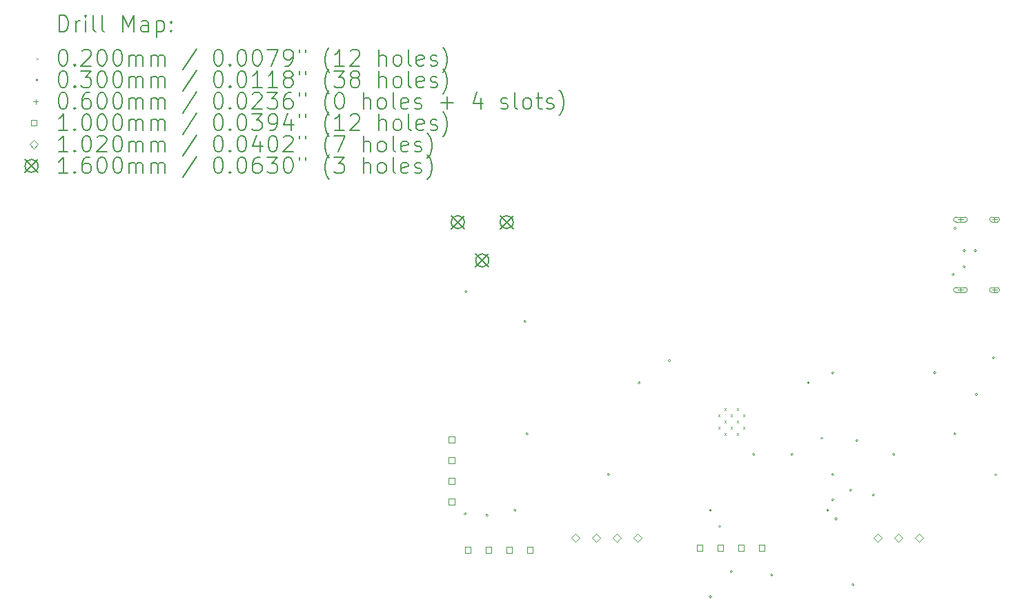
<source format=gbr>
%TF.GenerationSoftware,KiCad,Pcbnew,9.0.2*%
%TF.CreationDate,2025-07-02T17:04:08+05:30*%
%TF.ProjectId,ESP32-RoboCore V1,45535033-322d-4526-9f62-6f436f726520,rev?*%
%TF.SameCoordinates,Original*%
%TF.FileFunction,Drillmap*%
%TF.FilePolarity,Positive*%
%FSLAX45Y45*%
G04 Gerber Fmt 4.5, Leading zero omitted, Abs format (unit mm)*
G04 Created by KiCad (PCBNEW 9.0.2) date 2025-07-02 17:04:08*
%MOMM*%
%LPD*%
G01*
G04 APERTURE LIST*
%ADD10C,0.200000*%
%ADD11C,0.100000*%
%ADD12C,0.102000*%
%ADD13C,0.160000*%
G04 APERTURE END LIST*
D10*
D11*
X8344500Y-5014750D02*
X8364500Y-5034750D01*
X8364500Y-5014750D02*
X8344500Y-5034750D01*
X8344500Y-5167250D02*
X8364500Y-5187250D01*
X8364500Y-5167250D02*
X8344500Y-5187250D01*
X8420750Y-4938500D02*
X8440750Y-4958500D01*
X8440750Y-4938500D02*
X8420750Y-4958500D01*
X8420750Y-5091000D02*
X8440750Y-5111000D01*
X8440750Y-5091000D02*
X8420750Y-5111000D01*
X8420750Y-5243500D02*
X8440750Y-5263500D01*
X8440750Y-5243500D02*
X8420750Y-5263500D01*
X8497000Y-5014750D02*
X8517000Y-5034750D01*
X8517000Y-5014750D02*
X8497000Y-5034750D01*
X8497000Y-5167250D02*
X8517000Y-5187250D01*
X8517000Y-5167250D02*
X8497000Y-5187250D01*
X8573250Y-4938500D02*
X8593250Y-4958500D01*
X8593250Y-4938500D02*
X8573250Y-4958500D01*
X8573250Y-5091000D02*
X8593250Y-5111000D01*
X8593250Y-5091000D02*
X8573250Y-5111000D01*
X8573250Y-5243500D02*
X8593250Y-5263500D01*
X8593250Y-5243500D02*
X8573250Y-5263500D01*
X8649500Y-5014750D02*
X8669500Y-5034750D01*
X8669500Y-5014750D02*
X8649500Y-5034750D01*
X8649500Y-5167250D02*
X8669500Y-5187250D01*
X8669500Y-5167250D02*
X8649500Y-5187250D01*
X5257220Y-6232400D02*
G75*
G02*
X5227220Y-6232400I-15000J0D01*
G01*
X5227220Y-6232400D02*
G75*
G02*
X5257220Y-6232400I15000J0D01*
G01*
X5265000Y-3500000D02*
G75*
G02*
X5235000Y-3500000I-15000J0D01*
G01*
X5235000Y-3500000D02*
G75*
G02*
X5265000Y-3500000I15000J0D01*
G01*
X5522500Y-6250000D02*
G75*
G02*
X5492500Y-6250000I-15000J0D01*
G01*
X5492500Y-6250000D02*
G75*
G02*
X5522500Y-6250000I15000J0D01*
G01*
X5865000Y-6184900D02*
G75*
G02*
X5835000Y-6184900I-15000J0D01*
G01*
X5835000Y-6184900D02*
G75*
G02*
X5865000Y-6184900I15000J0D01*
G01*
X5990000Y-3870000D02*
G75*
G02*
X5960000Y-3870000I-15000J0D01*
G01*
X5960000Y-3870000D02*
G75*
G02*
X5990000Y-3870000I15000J0D01*
G01*
X6015000Y-5250000D02*
G75*
G02*
X5985000Y-5250000I-15000J0D01*
G01*
X5985000Y-5250000D02*
G75*
G02*
X6015000Y-5250000I15000J0D01*
G01*
X7015000Y-5750000D02*
G75*
G02*
X6985000Y-5750000I-15000J0D01*
G01*
X6985000Y-5750000D02*
G75*
G02*
X7015000Y-5750000I15000J0D01*
G01*
X7390000Y-4625000D02*
G75*
G02*
X7360000Y-4625000I-15000J0D01*
G01*
X7360000Y-4625000D02*
G75*
G02*
X7390000Y-4625000I15000J0D01*
G01*
X7760100Y-4351900D02*
G75*
G02*
X7730100Y-4351900I-15000J0D01*
G01*
X7730100Y-4351900D02*
G75*
G02*
X7760100Y-4351900I15000J0D01*
G01*
X8265000Y-6188100D02*
G75*
G02*
X8235000Y-6188100I-15000J0D01*
G01*
X8235000Y-6188100D02*
G75*
G02*
X8265000Y-6188100I15000J0D01*
G01*
X8265000Y-7250000D02*
G75*
G02*
X8235000Y-7250000I-15000J0D01*
G01*
X8235000Y-7250000D02*
G75*
G02*
X8265000Y-7250000I15000J0D01*
G01*
X8377500Y-6387500D02*
G75*
G02*
X8347500Y-6387500I-15000J0D01*
G01*
X8347500Y-6387500D02*
G75*
G02*
X8377500Y-6387500I15000J0D01*
G01*
X8520880Y-6940000D02*
G75*
G02*
X8490880Y-6940000I-15000J0D01*
G01*
X8490880Y-6940000D02*
G75*
G02*
X8520880Y-6940000I15000J0D01*
G01*
X8796970Y-5500100D02*
G75*
G02*
X8766970Y-5500100I-15000J0D01*
G01*
X8766970Y-5500100D02*
G75*
G02*
X8796970Y-5500100I15000J0D01*
G01*
X9015000Y-6980100D02*
G75*
G02*
X8985000Y-6980100I-15000J0D01*
G01*
X8985000Y-6980100D02*
G75*
G02*
X9015000Y-6980100I15000J0D01*
G01*
X9265000Y-5500100D02*
G75*
G02*
X9235000Y-5500100I-15000J0D01*
G01*
X9235000Y-5500100D02*
G75*
G02*
X9265000Y-5500100I15000J0D01*
G01*
X9465000Y-4621000D02*
G75*
G02*
X9435000Y-4621000I-15000J0D01*
G01*
X9435000Y-4621000D02*
G75*
G02*
X9465000Y-4621000I15000J0D01*
G01*
X9632480Y-5302040D02*
G75*
G02*
X9602480Y-5302040I-15000J0D01*
G01*
X9602480Y-5302040D02*
G75*
G02*
X9632480Y-5302040I15000J0D01*
G01*
X9705000Y-6188100D02*
G75*
G02*
X9675000Y-6188100I-15000J0D01*
G01*
X9675000Y-6188100D02*
G75*
G02*
X9705000Y-6188100I15000J0D01*
G01*
X9765000Y-4500000D02*
G75*
G02*
X9735000Y-4500000I-15000J0D01*
G01*
X9735000Y-4500000D02*
G75*
G02*
X9765000Y-4500000I15000J0D01*
G01*
X9765000Y-5750000D02*
G75*
G02*
X9735000Y-5750000I-15000J0D01*
G01*
X9735000Y-5750000D02*
G75*
G02*
X9765000Y-5750000I15000J0D01*
G01*
X9765000Y-6060000D02*
G75*
G02*
X9735000Y-6060000I-15000J0D01*
G01*
X9735000Y-6060000D02*
G75*
G02*
X9765000Y-6060000I15000J0D01*
G01*
X9806100Y-6292290D02*
G75*
G02*
X9776100Y-6292290I-15000J0D01*
G01*
X9776100Y-6292290D02*
G75*
G02*
X9806100Y-6292290I15000J0D01*
G01*
X9985950Y-5940000D02*
G75*
G02*
X9955950Y-5940000I-15000J0D01*
G01*
X9955950Y-5940000D02*
G75*
G02*
X9985950Y-5940000I15000J0D01*
G01*
X10015000Y-7100100D02*
G75*
G02*
X9985000Y-7100100I-15000J0D01*
G01*
X9985000Y-7100100D02*
G75*
G02*
X10015000Y-7100100I15000J0D01*
G01*
X10061070Y-5329810D02*
G75*
G02*
X10031070Y-5329810I-15000J0D01*
G01*
X10031070Y-5329810D02*
G75*
G02*
X10061070Y-5329810I15000J0D01*
G01*
X10265000Y-6000000D02*
G75*
G02*
X10235000Y-6000000I-15000J0D01*
G01*
X10235000Y-6000000D02*
G75*
G02*
X10265000Y-6000000I15000J0D01*
G01*
X10515000Y-5500000D02*
G75*
G02*
X10485000Y-5500000I-15000J0D01*
G01*
X10485000Y-5500000D02*
G75*
G02*
X10515000Y-5500000I15000J0D01*
G01*
X11015000Y-4500000D02*
G75*
G02*
X10985000Y-4500000I-15000J0D01*
G01*
X10985000Y-4500000D02*
G75*
G02*
X11015000Y-4500000I15000J0D01*
G01*
X11241500Y-3295000D02*
G75*
G02*
X11211500Y-3295000I-15000J0D01*
G01*
X11211500Y-3295000D02*
G75*
G02*
X11241500Y-3295000I15000J0D01*
G01*
X11265000Y-2725000D02*
G75*
G02*
X11235000Y-2725000I-15000J0D01*
G01*
X11235000Y-2725000D02*
G75*
G02*
X11265000Y-2725000I15000J0D01*
G01*
X11265000Y-5250000D02*
G75*
G02*
X11235000Y-5250000I-15000J0D01*
G01*
X11235000Y-5250000D02*
G75*
G02*
X11265000Y-5250000I15000J0D01*
G01*
X11378400Y-3000000D02*
G75*
G02*
X11348400Y-3000000I-15000J0D01*
G01*
X11348400Y-3000000D02*
G75*
G02*
X11378400Y-3000000I15000J0D01*
G01*
X11378400Y-3198250D02*
G75*
G02*
X11348400Y-3198250I-15000J0D01*
G01*
X11348400Y-3198250D02*
G75*
G02*
X11378400Y-3198250I15000J0D01*
G01*
X11515000Y-3000000D02*
G75*
G02*
X11485000Y-3000000I-15000J0D01*
G01*
X11485000Y-3000000D02*
G75*
G02*
X11515000Y-3000000I15000J0D01*
G01*
X11528676Y-4763677D02*
G75*
G02*
X11498676Y-4763677I-15000J0D01*
G01*
X11498676Y-4763677D02*
G75*
G02*
X11528676Y-4763677I15000J0D01*
G01*
X11737500Y-4313500D02*
G75*
G02*
X11707500Y-4313500I-15000J0D01*
G01*
X11707500Y-4313500D02*
G75*
G02*
X11737500Y-4313500I15000J0D01*
G01*
X11765000Y-5750000D02*
G75*
G02*
X11735000Y-5750000I-15000J0D01*
G01*
X11735000Y-5750000D02*
G75*
G02*
X11765000Y-5750000I15000J0D01*
G01*
X11318000Y-2588000D02*
X11318000Y-2648000D01*
X11288000Y-2618000D02*
X11348000Y-2618000D01*
X11263000Y-2648000D02*
X11373000Y-2648000D01*
X11373000Y-2588000D02*
G75*
G02*
X11373000Y-2648000I0J-30000D01*
G01*
X11373000Y-2588000D02*
X11263000Y-2588000D01*
X11263000Y-2588000D02*
G75*
G03*
X11263000Y-2648000I0J-30000D01*
G01*
X11318000Y-3452000D02*
X11318000Y-3512000D01*
X11288000Y-3482000D02*
X11348000Y-3482000D01*
X11263000Y-3512000D02*
X11373000Y-3512000D01*
X11373000Y-3452000D02*
G75*
G02*
X11373000Y-3512000I0J-30000D01*
G01*
X11373000Y-3452000D02*
X11263000Y-3452000D01*
X11263000Y-3452000D02*
G75*
G03*
X11263000Y-3512000I0J-30000D01*
G01*
X11736000Y-2588000D02*
X11736000Y-2648000D01*
X11706000Y-2618000D02*
X11766000Y-2618000D01*
X11706000Y-2648000D02*
X11766000Y-2648000D01*
X11766000Y-2588000D02*
G75*
G02*
X11766000Y-2648000I0J-30000D01*
G01*
X11766000Y-2588000D02*
X11706000Y-2588000D01*
X11706000Y-2588000D02*
G75*
G03*
X11706000Y-2648000I0J-30000D01*
G01*
X11736000Y-3452000D02*
X11736000Y-3512000D01*
X11706000Y-3482000D02*
X11766000Y-3482000D01*
X11706000Y-3512000D02*
X11766000Y-3512000D01*
X11766000Y-3452000D02*
G75*
G02*
X11766000Y-3512000I0J-30000D01*
G01*
X11766000Y-3452000D02*
X11706000Y-3452000D01*
X11706000Y-3452000D02*
G75*
G03*
X11706000Y-3512000I0J-30000D01*
G01*
X5110356Y-5356356D02*
X5110356Y-5285644D01*
X5039644Y-5285644D01*
X5039644Y-5356356D01*
X5110356Y-5356356D01*
X5110356Y-5610356D02*
X5110356Y-5539644D01*
X5039644Y-5539644D01*
X5039644Y-5610356D01*
X5110356Y-5610356D01*
X5110356Y-5864356D02*
X5110356Y-5793644D01*
X5039644Y-5793644D01*
X5039644Y-5864356D01*
X5110356Y-5864356D01*
X5110356Y-6118356D02*
X5110356Y-6047644D01*
X5039644Y-6047644D01*
X5039644Y-6118356D01*
X5110356Y-6118356D01*
X5310356Y-6710356D02*
X5310356Y-6639644D01*
X5239644Y-6639644D01*
X5239644Y-6710356D01*
X5310356Y-6710356D01*
X5564356Y-6710356D02*
X5564356Y-6639644D01*
X5493644Y-6639644D01*
X5493644Y-6710356D01*
X5564356Y-6710356D01*
X5818356Y-6710356D02*
X5818356Y-6639644D01*
X5747644Y-6639644D01*
X5747644Y-6710356D01*
X5818356Y-6710356D01*
X6072356Y-6710356D02*
X6072356Y-6639644D01*
X6001644Y-6639644D01*
X6001644Y-6710356D01*
X6072356Y-6710356D01*
X8152356Y-6685356D02*
X8152356Y-6614644D01*
X8081644Y-6614644D01*
X8081644Y-6685356D01*
X8152356Y-6685356D01*
X8406356Y-6685356D02*
X8406356Y-6614644D01*
X8335644Y-6614644D01*
X8335644Y-6685356D01*
X8406356Y-6685356D01*
X8660356Y-6685356D02*
X8660356Y-6614644D01*
X8589644Y-6614644D01*
X8589644Y-6685356D01*
X8660356Y-6685356D01*
X8914356Y-6685356D02*
X8914356Y-6614644D01*
X8843644Y-6614644D01*
X8843644Y-6685356D01*
X8914356Y-6685356D01*
D12*
X6596000Y-6576000D02*
X6647000Y-6525000D01*
X6596000Y-6474000D01*
X6545000Y-6525000D01*
X6596000Y-6576000D01*
X6850000Y-6576000D02*
X6901000Y-6525000D01*
X6850000Y-6474000D01*
X6799000Y-6525000D01*
X6850000Y-6576000D01*
X7104000Y-6576000D02*
X7155000Y-6525000D01*
X7104000Y-6474000D01*
X7053000Y-6525000D01*
X7104000Y-6576000D01*
X7358000Y-6576000D02*
X7409000Y-6525000D01*
X7358000Y-6474000D01*
X7307000Y-6525000D01*
X7358000Y-6576000D01*
X10300000Y-6576000D02*
X10351000Y-6525000D01*
X10300000Y-6474000D01*
X10249000Y-6525000D01*
X10300000Y-6576000D01*
X10554000Y-6576000D02*
X10605000Y-6525000D01*
X10554000Y-6474000D01*
X10503000Y-6525000D01*
X10554000Y-6576000D01*
X10808000Y-6576000D02*
X10859000Y-6525000D01*
X10808000Y-6474000D01*
X10757000Y-6525000D01*
X10808000Y-6576000D01*
D13*
X5070000Y-2570000D02*
X5230000Y-2730000D01*
X5230000Y-2570000D02*
X5070000Y-2730000D01*
X5230000Y-2650000D02*
G75*
G02*
X5070000Y-2650000I-80000J0D01*
G01*
X5070000Y-2650000D02*
G75*
G02*
X5230000Y-2650000I80000J0D01*
G01*
X5370000Y-3040000D02*
X5530000Y-3200000D01*
X5530000Y-3040000D02*
X5370000Y-3200000D01*
X5530000Y-3120000D02*
G75*
G02*
X5370000Y-3120000I-80000J0D01*
G01*
X5370000Y-3120000D02*
G75*
G02*
X5530000Y-3120000I80000J0D01*
G01*
X5670000Y-2570000D02*
X5830000Y-2730000D01*
X5830000Y-2570000D02*
X5670000Y-2730000D01*
X5830000Y-2650000D02*
G75*
G02*
X5670000Y-2650000I-80000J0D01*
G01*
X5670000Y-2650000D02*
G75*
G02*
X5830000Y-2650000I80000J0D01*
G01*
D10*
X260777Y-311484D02*
X260777Y-111484D01*
X260777Y-111484D02*
X308396Y-111484D01*
X308396Y-111484D02*
X336967Y-121008D01*
X336967Y-121008D02*
X356015Y-140055D01*
X356015Y-140055D02*
X365539Y-159103D01*
X365539Y-159103D02*
X375062Y-197198D01*
X375062Y-197198D02*
X375062Y-225769D01*
X375062Y-225769D02*
X365539Y-263865D01*
X365539Y-263865D02*
X356015Y-282912D01*
X356015Y-282912D02*
X336967Y-301960D01*
X336967Y-301960D02*
X308396Y-311484D01*
X308396Y-311484D02*
X260777Y-311484D01*
X460777Y-311484D02*
X460777Y-178150D01*
X460777Y-216246D02*
X470301Y-197198D01*
X470301Y-197198D02*
X479824Y-187674D01*
X479824Y-187674D02*
X498872Y-178150D01*
X498872Y-178150D02*
X517920Y-178150D01*
X584586Y-311484D02*
X584586Y-178150D01*
X584586Y-111484D02*
X575063Y-121008D01*
X575063Y-121008D02*
X584586Y-130531D01*
X584586Y-130531D02*
X594110Y-121008D01*
X594110Y-121008D02*
X584586Y-111484D01*
X584586Y-111484D02*
X584586Y-130531D01*
X708396Y-311484D02*
X689348Y-301960D01*
X689348Y-301960D02*
X679824Y-282912D01*
X679824Y-282912D02*
X679824Y-111484D01*
X813158Y-311484D02*
X794110Y-301960D01*
X794110Y-301960D02*
X784586Y-282912D01*
X784586Y-282912D02*
X784586Y-111484D01*
X1041729Y-311484D02*
X1041729Y-111484D01*
X1041729Y-111484D02*
X1108396Y-254341D01*
X1108396Y-254341D02*
X1175063Y-111484D01*
X1175063Y-111484D02*
X1175063Y-311484D01*
X1356015Y-311484D02*
X1356015Y-206722D01*
X1356015Y-206722D02*
X1346491Y-187674D01*
X1346491Y-187674D02*
X1327444Y-178150D01*
X1327444Y-178150D02*
X1289348Y-178150D01*
X1289348Y-178150D02*
X1270301Y-187674D01*
X1356015Y-301960D02*
X1336967Y-311484D01*
X1336967Y-311484D02*
X1289348Y-311484D01*
X1289348Y-311484D02*
X1270301Y-301960D01*
X1270301Y-301960D02*
X1260777Y-282912D01*
X1260777Y-282912D02*
X1260777Y-263865D01*
X1260777Y-263865D02*
X1270301Y-244817D01*
X1270301Y-244817D02*
X1289348Y-235293D01*
X1289348Y-235293D02*
X1336967Y-235293D01*
X1336967Y-235293D02*
X1356015Y-225769D01*
X1451253Y-178150D02*
X1451253Y-378150D01*
X1451253Y-187674D02*
X1470301Y-178150D01*
X1470301Y-178150D02*
X1508396Y-178150D01*
X1508396Y-178150D02*
X1527443Y-187674D01*
X1527443Y-187674D02*
X1536967Y-197198D01*
X1536967Y-197198D02*
X1546491Y-216246D01*
X1546491Y-216246D02*
X1546491Y-273389D01*
X1546491Y-273389D02*
X1536967Y-292436D01*
X1536967Y-292436D02*
X1527443Y-301960D01*
X1527443Y-301960D02*
X1508396Y-311484D01*
X1508396Y-311484D02*
X1470301Y-311484D01*
X1470301Y-311484D02*
X1451253Y-301960D01*
X1632205Y-292436D02*
X1641729Y-301960D01*
X1641729Y-301960D02*
X1632205Y-311484D01*
X1632205Y-311484D02*
X1622682Y-301960D01*
X1622682Y-301960D02*
X1632205Y-292436D01*
X1632205Y-292436D02*
X1632205Y-311484D01*
X1632205Y-187674D02*
X1641729Y-197198D01*
X1641729Y-197198D02*
X1632205Y-206722D01*
X1632205Y-206722D02*
X1622682Y-197198D01*
X1622682Y-197198D02*
X1632205Y-187674D01*
X1632205Y-187674D02*
X1632205Y-206722D01*
D11*
X-20000Y-630000D02*
X0Y-650000D01*
X0Y-630000D02*
X-20000Y-650000D01*
D10*
X298872Y-531484D02*
X317920Y-531484D01*
X317920Y-531484D02*
X336967Y-541008D01*
X336967Y-541008D02*
X346491Y-550531D01*
X346491Y-550531D02*
X356015Y-569579D01*
X356015Y-569579D02*
X365539Y-607674D01*
X365539Y-607674D02*
X365539Y-655293D01*
X365539Y-655293D02*
X356015Y-693389D01*
X356015Y-693389D02*
X346491Y-712436D01*
X346491Y-712436D02*
X336967Y-721960D01*
X336967Y-721960D02*
X317920Y-731484D01*
X317920Y-731484D02*
X298872Y-731484D01*
X298872Y-731484D02*
X279824Y-721960D01*
X279824Y-721960D02*
X270301Y-712436D01*
X270301Y-712436D02*
X260777Y-693389D01*
X260777Y-693389D02*
X251253Y-655293D01*
X251253Y-655293D02*
X251253Y-607674D01*
X251253Y-607674D02*
X260777Y-569579D01*
X260777Y-569579D02*
X270301Y-550531D01*
X270301Y-550531D02*
X279824Y-541008D01*
X279824Y-541008D02*
X298872Y-531484D01*
X451253Y-712436D02*
X460777Y-721960D01*
X460777Y-721960D02*
X451253Y-731484D01*
X451253Y-731484D02*
X441729Y-721960D01*
X441729Y-721960D02*
X451253Y-712436D01*
X451253Y-712436D02*
X451253Y-731484D01*
X536967Y-550531D02*
X546491Y-541008D01*
X546491Y-541008D02*
X565539Y-531484D01*
X565539Y-531484D02*
X613158Y-531484D01*
X613158Y-531484D02*
X632205Y-541008D01*
X632205Y-541008D02*
X641729Y-550531D01*
X641729Y-550531D02*
X651253Y-569579D01*
X651253Y-569579D02*
X651253Y-588627D01*
X651253Y-588627D02*
X641729Y-617198D01*
X641729Y-617198D02*
X527444Y-731484D01*
X527444Y-731484D02*
X651253Y-731484D01*
X775062Y-531484D02*
X794110Y-531484D01*
X794110Y-531484D02*
X813158Y-541008D01*
X813158Y-541008D02*
X822682Y-550531D01*
X822682Y-550531D02*
X832205Y-569579D01*
X832205Y-569579D02*
X841729Y-607674D01*
X841729Y-607674D02*
X841729Y-655293D01*
X841729Y-655293D02*
X832205Y-693389D01*
X832205Y-693389D02*
X822682Y-712436D01*
X822682Y-712436D02*
X813158Y-721960D01*
X813158Y-721960D02*
X794110Y-731484D01*
X794110Y-731484D02*
X775062Y-731484D01*
X775062Y-731484D02*
X756015Y-721960D01*
X756015Y-721960D02*
X746491Y-712436D01*
X746491Y-712436D02*
X736967Y-693389D01*
X736967Y-693389D02*
X727443Y-655293D01*
X727443Y-655293D02*
X727443Y-607674D01*
X727443Y-607674D02*
X736967Y-569579D01*
X736967Y-569579D02*
X746491Y-550531D01*
X746491Y-550531D02*
X756015Y-541008D01*
X756015Y-541008D02*
X775062Y-531484D01*
X965539Y-531484D02*
X984586Y-531484D01*
X984586Y-531484D02*
X1003634Y-541008D01*
X1003634Y-541008D02*
X1013158Y-550531D01*
X1013158Y-550531D02*
X1022682Y-569579D01*
X1022682Y-569579D02*
X1032205Y-607674D01*
X1032205Y-607674D02*
X1032205Y-655293D01*
X1032205Y-655293D02*
X1022682Y-693389D01*
X1022682Y-693389D02*
X1013158Y-712436D01*
X1013158Y-712436D02*
X1003634Y-721960D01*
X1003634Y-721960D02*
X984586Y-731484D01*
X984586Y-731484D02*
X965539Y-731484D01*
X965539Y-731484D02*
X946491Y-721960D01*
X946491Y-721960D02*
X936967Y-712436D01*
X936967Y-712436D02*
X927443Y-693389D01*
X927443Y-693389D02*
X917920Y-655293D01*
X917920Y-655293D02*
X917920Y-607674D01*
X917920Y-607674D02*
X927443Y-569579D01*
X927443Y-569579D02*
X936967Y-550531D01*
X936967Y-550531D02*
X946491Y-541008D01*
X946491Y-541008D02*
X965539Y-531484D01*
X1117920Y-731484D02*
X1117920Y-598150D01*
X1117920Y-617198D02*
X1127444Y-607674D01*
X1127444Y-607674D02*
X1146491Y-598150D01*
X1146491Y-598150D02*
X1175063Y-598150D01*
X1175063Y-598150D02*
X1194110Y-607674D01*
X1194110Y-607674D02*
X1203634Y-626722D01*
X1203634Y-626722D02*
X1203634Y-731484D01*
X1203634Y-626722D02*
X1213158Y-607674D01*
X1213158Y-607674D02*
X1232205Y-598150D01*
X1232205Y-598150D02*
X1260777Y-598150D01*
X1260777Y-598150D02*
X1279825Y-607674D01*
X1279825Y-607674D02*
X1289348Y-626722D01*
X1289348Y-626722D02*
X1289348Y-731484D01*
X1384586Y-731484D02*
X1384586Y-598150D01*
X1384586Y-617198D02*
X1394110Y-607674D01*
X1394110Y-607674D02*
X1413158Y-598150D01*
X1413158Y-598150D02*
X1441729Y-598150D01*
X1441729Y-598150D02*
X1460777Y-607674D01*
X1460777Y-607674D02*
X1470301Y-626722D01*
X1470301Y-626722D02*
X1470301Y-731484D01*
X1470301Y-626722D02*
X1479824Y-607674D01*
X1479824Y-607674D02*
X1498872Y-598150D01*
X1498872Y-598150D02*
X1527443Y-598150D01*
X1527443Y-598150D02*
X1546491Y-607674D01*
X1546491Y-607674D02*
X1556015Y-626722D01*
X1556015Y-626722D02*
X1556015Y-731484D01*
X1946491Y-521960D02*
X1775063Y-779103D01*
X2203634Y-531484D02*
X2222682Y-531484D01*
X2222682Y-531484D02*
X2241729Y-541008D01*
X2241729Y-541008D02*
X2251253Y-550531D01*
X2251253Y-550531D02*
X2260777Y-569579D01*
X2260777Y-569579D02*
X2270301Y-607674D01*
X2270301Y-607674D02*
X2270301Y-655293D01*
X2270301Y-655293D02*
X2260777Y-693389D01*
X2260777Y-693389D02*
X2251253Y-712436D01*
X2251253Y-712436D02*
X2241729Y-721960D01*
X2241729Y-721960D02*
X2222682Y-731484D01*
X2222682Y-731484D02*
X2203634Y-731484D01*
X2203634Y-731484D02*
X2184587Y-721960D01*
X2184587Y-721960D02*
X2175063Y-712436D01*
X2175063Y-712436D02*
X2165539Y-693389D01*
X2165539Y-693389D02*
X2156015Y-655293D01*
X2156015Y-655293D02*
X2156015Y-607674D01*
X2156015Y-607674D02*
X2165539Y-569579D01*
X2165539Y-569579D02*
X2175063Y-550531D01*
X2175063Y-550531D02*
X2184587Y-541008D01*
X2184587Y-541008D02*
X2203634Y-531484D01*
X2356015Y-712436D02*
X2365539Y-721960D01*
X2365539Y-721960D02*
X2356015Y-731484D01*
X2356015Y-731484D02*
X2346491Y-721960D01*
X2346491Y-721960D02*
X2356015Y-712436D01*
X2356015Y-712436D02*
X2356015Y-731484D01*
X2489348Y-531484D02*
X2508396Y-531484D01*
X2508396Y-531484D02*
X2527444Y-541008D01*
X2527444Y-541008D02*
X2536968Y-550531D01*
X2536968Y-550531D02*
X2546491Y-569579D01*
X2546491Y-569579D02*
X2556015Y-607674D01*
X2556015Y-607674D02*
X2556015Y-655293D01*
X2556015Y-655293D02*
X2546491Y-693389D01*
X2546491Y-693389D02*
X2536968Y-712436D01*
X2536968Y-712436D02*
X2527444Y-721960D01*
X2527444Y-721960D02*
X2508396Y-731484D01*
X2508396Y-731484D02*
X2489348Y-731484D01*
X2489348Y-731484D02*
X2470301Y-721960D01*
X2470301Y-721960D02*
X2460777Y-712436D01*
X2460777Y-712436D02*
X2451253Y-693389D01*
X2451253Y-693389D02*
X2441729Y-655293D01*
X2441729Y-655293D02*
X2441729Y-607674D01*
X2441729Y-607674D02*
X2451253Y-569579D01*
X2451253Y-569579D02*
X2460777Y-550531D01*
X2460777Y-550531D02*
X2470301Y-541008D01*
X2470301Y-541008D02*
X2489348Y-531484D01*
X2679825Y-531484D02*
X2698872Y-531484D01*
X2698872Y-531484D02*
X2717920Y-541008D01*
X2717920Y-541008D02*
X2727444Y-550531D01*
X2727444Y-550531D02*
X2736968Y-569579D01*
X2736968Y-569579D02*
X2746491Y-607674D01*
X2746491Y-607674D02*
X2746491Y-655293D01*
X2746491Y-655293D02*
X2736968Y-693389D01*
X2736968Y-693389D02*
X2727444Y-712436D01*
X2727444Y-712436D02*
X2717920Y-721960D01*
X2717920Y-721960D02*
X2698872Y-731484D01*
X2698872Y-731484D02*
X2679825Y-731484D01*
X2679825Y-731484D02*
X2660777Y-721960D01*
X2660777Y-721960D02*
X2651253Y-712436D01*
X2651253Y-712436D02*
X2641729Y-693389D01*
X2641729Y-693389D02*
X2632206Y-655293D01*
X2632206Y-655293D02*
X2632206Y-607674D01*
X2632206Y-607674D02*
X2641729Y-569579D01*
X2641729Y-569579D02*
X2651253Y-550531D01*
X2651253Y-550531D02*
X2660777Y-541008D01*
X2660777Y-541008D02*
X2679825Y-531484D01*
X2813158Y-531484D02*
X2946491Y-531484D01*
X2946491Y-531484D02*
X2860777Y-731484D01*
X3032206Y-731484D02*
X3070301Y-731484D01*
X3070301Y-731484D02*
X3089348Y-721960D01*
X3089348Y-721960D02*
X3098872Y-712436D01*
X3098872Y-712436D02*
X3117920Y-683865D01*
X3117920Y-683865D02*
X3127444Y-645770D01*
X3127444Y-645770D02*
X3127444Y-569579D01*
X3127444Y-569579D02*
X3117920Y-550531D01*
X3117920Y-550531D02*
X3108396Y-541008D01*
X3108396Y-541008D02*
X3089348Y-531484D01*
X3089348Y-531484D02*
X3051253Y-531484D01*
X3051253Y-531484D02*
X3032206Y-541008D01*
X3032206Y-541008D02*
X3022682Y-550531D01*
X3022682Y-550531D02*
X3013158Y-569579D01*
X3013158Y-569579D02*
X3013158Y-617198D01*
X3013158Y-617198D02*
X3022682Y-636246D01*
X3022682Y-636246D02*
X3032206Y-645770D01*
X3032206Y-645770D02*
X3051253Y-655293D01*
X3051253Y-655293D02*
X3089348Y-655293D01*
X3089348Y-655293D02*
X3108396Y-645770D01*
X3108396Y-645770D02*
X3117920Y-636246D01*
X3117920Y-636246D02*
X3127444Y-617198D01*
X3203634Y-531484D02*
X3203634Y-569579D01*
X3279825Y-531484D02*
X3279825Y-569579D01*
X3575063Y-807674D02*
X3565539Y-798150D01*
X3565539Y-798150D02*
X3546491Y-769579D01*
X3546491Y-769579D02*
X3536968Y-750531D01*
X3536968Y-750531D02*
X3527444Y-721960D01*
X3527444Y-721960D02*
X3517920Y-674341D01*
X3517920Y-674341D02*
X3517920Y-636246D01*
X3517920Y-636246D02*
X3527444Y-588627D01*
X3527444Y-588627D02*
X3536968Y-560055D01*
X3536968Y-560055D02*
X3546491Y-541008D01*
X3546491Y-541008D02*
X3565539Y-512436D01*
X3565539Y-512436D02*
X3575063Y-502912D01*
X3756015Y-731484D02*
X3641729Y-731484D01*
X3698872Y-731484D02*
X3698872Y-531484D01*
X3698872Y-531484D02*
X3679825Y-560055D01*
X3679825Y-560055D02*
X3660777Y-579103D01*
X3660777Y-579103D02*
X3641729Y-588627D01*
X3832206Y-550531D02*
X3841729Y-541008D01*
X3841729Y-541008D02*
X3860777Y-531484D01*
X3860777Y-531484D02*
X3908396Y-531484D01*
X3908396Y-531484D02*
X3927444Y-541008D01*
X3927444Y-541008D02*
X3936968Y-550531D01*
X3936968Y-550531D02*
X3946491Y-569579D01*
X3946491Y-569579D02*
X3946491Y-588627D01*
X3946491Y-588627D02*
X3936968Y-617198D01*
X3936968Y-617198D02*
X3822682Y-731484D01*
X3822682Y-731484D02*
X3946491Y-731484D01*
X4184587Y-731484D02*
X4184587Y-531484D01*
X4270301Y-731484D02*
X4270301Y-626722D01*
X4270301Y-626722D02*
X4260777Y-607674D01*
X4260777Y-607674D02*
X4241730Y-598150D01*
X4241730Y-598150D02*
X4213158Y-598150D01*
X4213158Y-598150D02*
X4194110Y-607674D01*
X4194110Y-607674D02*
X4184587Y-617198D01*
X4394111Y-731484D02*
X4375063Y-721960D01*
X4375063Y-721960D02*
X4365539Y-712436D01*
X4365539Y-712436D02*
X4356015Y-693389D01*
X4356015Y-693389D02*
X4356015Y-636246D01*
X4356015Y-636246D02*
X4365539Y-617198D01*
X4365539Y-617198D02*
X4375063Y-607674D01*
X4375063Y-607674D02*
X4394111Y-598150D01*
X4394111Y-598150D02*
X4422682Y-598150D01*
X4422682Y-598150D02*
X4441730Y-607674D01*
X4441730Y-607674D02*
X4451253Y-617198D01*
X4451253Y-617198D02*
X4460777Y-636246D01*
X4460777Y-636246D02*
X4460777Y-693389D01*
X4460777Y-693389D02*
X4451253Y-712436D01*
X4451253Y-712436D02*
X4441730Y-721960D01*
X4441730Y-721960D02*
X4422682Y-731484D01*
X4422682Y-731484D02*
X4394111Y-731484D01*
X4575063Y-731484D02*
X4556015Y-721960D01*
X4556015Y-721960D02*
X4546492Y-702912D01*
X4546492Y-702912D02*
X4546492Y-531484D01*
X4727444Y-721960D02*
X4708396Y-731484D01*
X4708396Y-731484D02*
X4670301Y-731484D01*
X4670301Y-731484D02*
X4651253Y-721960D01*
X4651253Y-721960D02*
X4641730Y-702912D01*
X4641730Y-702912D02*
X4641730Y-626722D01*
X4641730Y-626722D02*
X4651253Y-607674D01*
X4651253Y-607674D02*
X4670301Y-598150D01*
X4670301Y-598150D02*
X4708396Y-598150D01*
X4708396Y-598150D02*
X4727444Y-607674D01*
X4727444Y-607674D02*
X4736968Y-626722D01*
X4736968Y-626722D02*
X4736968Y-645770D01*
X4736968Y-645770D02*
X4641730Y-664817D01*
X4813158Y-721960D02*
X4832206Y-731484D01*
X4832206Y-731484D02*
X4870301Y-731484D01*
X4870301Y-731484D02*
X4889349Y-721960D01*
X4889349Y-721960D02*
X4898873Y-702912D01*
X4898873Y-702912D02*
X4898873Y-693389D01*
X4898873Y-693389D02*
X4889349Y-674341D01*
X4889349Y-674341D02*
X4870301Y-664817D01*
X4870301Y-664817D02*
X4841730Y-664817D01*
X4841730Y-664817D02*
X4822682Y-655293D01*
X4822682Y-655293D02*
X4813158Y-636246D01*
X4813158Y-636246D02*
X4813158Y-626722D01*
X4813158Y-626722D02*
X4822682Y-607674D01*
X4822682Y-607674D02*
X4841730Y-598150D01*
X4841730Y-598150D02*
X4870301Y-598150D01*
X4870301Y-598150D02*
X4889349Y-607674D01*
X4965539Y-807674D02*
X4975063Y-798150D01*
X4975063Y-798150D02*
X4994111Y-769579D01*
X4994111Y-769579D02*
X5003634Y-750531D01*
X5003634Y-750531D02*
X5013158Y-721960D01*
X5013158Y-721960D02*
X5022682Y-674341D01*
X5022682Y-674341D02*
X5022682Y-636246D01*
X5022682Y-636246D02*
X5013158Y-588627D01*
X5013158Y-588627D02*
X5003634Y-560055D01*
X5003634Y-560055D02*
X4994111Y-541008D01*
X4994111Y-541008D02*
X4975063Y-512436D01*
X4975063Y-512436D02*
X4965539Y-502912D01*
D11*
X0Y-904000D02*
G75*
G02*
X-30000Y-904000I-15000J0D01*
G01*
X-30000Y-904000D02*
G75*
G02*
X0Y-904000I15000J0D01*
G01*
D10*
X298872Y-795484D02*
X317920Y-795484D01*
X317920Y-795484D02*
X336967Y-805008D01*
X336967Y-805008D02*
X346491Y-814531D01*
X346491Y-814531D02*
X356015Y-833579D01*
X356015Y-833579D02*
X365539Y-871674D01*
X365539Y-871674D02*
X365539Y-919293D01*
X365539Y-919293D02*
X356015Y-957388D01*
X356015Y-957388D02*
X346491Y-976436D01*
X346491Y-976436D02*
X336967Y-985960D01*
X336967Y-985960D02*
X317920Y-995484D01*
X317920Y-995484D02*
X298872Y-995484D01*
X298872Y-995484D02*
X279824Y-985960D01*
X279824Y-985960D02*
X270301Y-976436D01*
X270301Y-976436D02*
X260777Y-957388D01*
X260777Y-957388D02*
X251253Y-919293D01*
X251253Y-919293D02*
X251253Y-871674D01*
X251253Y-871674D02*
X260777Y-833579D01*
X260777Y-833579D02*
X270301Y-814531D01*
X270301Y-814531D02*
X279824Y-805008D01*
X279824Y-805008D02*
X298872Y-795484D01*
X451253Y-976436D02*
X460777Y-985960D01*
X460777Y-985960D02*
X451253Y-995484D01*
X451253Y-995484D02*
X441729Y-985960D01*
X441729Y-985960D02*
X451253Y-976436D01*
X451253Y-976436D02*
X451253Y-995484D01*
X527444Y-795484D02*
X651253Y-795484D01*
X651253Y-795484D02*
X584586Y-871674D01*
X584586Y-871674D02*
X613158Y-871674D01*
X613158Y-871674D02*
X632205Y-881198D01*
X632205Y-881198D02*
X641729Y-890722D01*
X641729Y-890722D02*
X651253Y-909769D01*
X651253Y-909769D02*
X651253Y-957388D01*
X651253Y-957388D02*
X641729Y-976436D01*
X641729Y-976436D02*
X632205Y-985960D01*
X632205Y-985960D02*
X613158Y-995484D01*
X613158Y-995484D02*
X556015Y-995484D01*
X556015Y-995484D02*
X536967Y-985960D01*
X536967Y-985960D02*
X527444Y-976436D01*
X775062Y-795484D02*
X794110Y-795484D01*
X794110Y-795484D02*
X813158Y-805008D01*
X813158Y-805008D02*
X822682Y-814531D01*
X822682Y-814531D02*
X832205Y-833579D01*
X832205Y-833579D02*
X841729Y-871674D01*
X841729Y-871674D02*
X841729Y-919293D01*
X841729Y-919293D02*
X832205Y-957388D01*
X832205Y-957388D02*
X822682Y-976436D01*
X822682Y-976436D02*
X813158Y-985960D01*
X813158Y-985960D02*
X794110Y-995484D01*
X794110Y-995484D02*
X775062Y-995484D01*
X775062Y-995484D02*
X756015Y-985960D01*
X756015Y-985960D02*
X746491Y-976436D01*
X746491Y-976436D02*
X736967Y-957388D01*
X736967Y-957388D02*
X727443Y-919293D01*
X727443Y-919293D02*
X727443Y-871674D01*
X727443Y-871674D02*
X736967Y-833579D01*
X736967Y-833579D02*
X746491Y-814531D01*
X746491Y-814531D02*
X756015Y-805008D01*
X756015Y-805008D02*
X775062Y-795484D01*
X965539Y-795484D02*
X984586Y-795484D01*
X984586Y-795484D02*
X1003634Y-805008D01*
X1003634Y-805008D02*
X1013158Y-814531D01*
X1013158Y-814531D02*
X1022682Y-833579D01*
X1022682Y-833579D02*
X1032205Y-871674D01*
X1032205Y-871674D02*
X1032205Y-919293D01*
X1032205Y-919293D02*
X1022682Y-957388D01*
X1022682Y-957388D02*
X1013158Y-976436D01*
X1013158Y-976436D02*
X1003634Y-985960D01*
X1003634Y-985960D02*
X984586Y-995484D01*
X984586Y-995484D02*
X965539Y-995484D01*
X965539Y-995484D02*
X946491Y-985960D01*
X946491Y-985960D02*
X936967Y-976436D01*
X936967Y-976436D02*
X927443Y-957388D01*
X927443Y-957388D02*
X917920Y-919293D01*
X917920Y-919293D02*
X917920Y-871674D01*
X917920Y-871674D02*
X927443Y-833579D01*
X927443Y-833579D02*
X936967Y-814531D01*
X936967Y-814531D02*
X946491Y-805008D01*
X946491Y-805008D02*
X965539Y-795484D01*
X1117920Y-995484D02*
X1117920Y-862150D01*
X1117920Y-881198D02*
X1127444Y-871674D01*
X1127444Y-871674D02*
X1146491Y-862150D01*
X1146491Y-862150D02*
X1175063Y-862150D01*
X1175063Y-862150D02*
X1194110Y-871674D01*
X1194110Y-871674D02*
X1203634Y-890722D01*
X1203634Y-890722D02*
X1203634Y-995484D01*
X1203634Y-890722D02*
X1213158Y-871674D01*
X1213158Y-871674D02*
X1232205Y-862150D01*
X1232205Y-862150D02*
X1260777Y-862150D01*
X1260777Y-862150D02*
X1279825Y-871674D01*
X1279825Y-871674D02*
X1289348Y-890722D01*
X1289348Y-890722D02*
X1289348Y-995484D01*
X1384586Y-995484D02*
X1384586Y-862150D01*
X1384586Y-881198D02*
X1394110Y-871674D01*
X1394110Y-871674D02*
X1413158Y-862150D01*
X1413158Y-862150D02*
X1441729Y-862150D01*
X1441729Y-862150D02*
X1460777Y-871674D01*
X1460777Y-871674D02*
X1470301Y-890722D01*
X1470301Y-890722D02*
X1470301Y-995484D01*
X1470301Y-890722D02*
X1479824Y-871674D01*
X1479824Y-871674D02*
X1498872Y-862150D01*
X1498872Y-862150D02*
X1527443Y-862150D01*
X1527443Y-862150D02*
X1546491Y-871674D01*
X1546491Y-871674D02*
X1556015Y-890722D01*
X1556015Y-890722D02*
X1556015Y-995484D01*
X1946491Y-785960D02*
X1775063Y-1043103D01*
X2203634Y-795484D02*
X2222682Y-795484D01*
X2222682Y-795484D02*
X2241729Y-805008D01*
X2241729Y-805008D02*
X2251253Y-814531D01*
X2251253Y-814531D02*
X2260777Y-833579D01*
X2260777Y-833579D02*
X2270301Y-871674D01*
X2270301Y-871674D02*
X2270301Y-919293D01*
X2270301Y-919293D02*
X2260777Y-957388D01*
X2260777Y-957388D02*
X2251253Y-976436D01*
X2251253Y-976436D02*
X2241729Y-985960D01*
X2241729Y-985960D02*
X2222682Y-995484D01*
X2222682Y-995484D02*
X2203634Y-995484D01*
X2203634Y-995484D02*
X2184587Y-985960D01*
X2184587Y-985960D02*
X2175063Y-976436D01*
X2175063Y-976436D02*
X2165539Y-957388D01*
X2165539Y-957388D02*
X2156015Y-919293D01*
X2156015Y-919293D02*
X2156015Y-871674D01*
X2156015Y-871674D02*
X2165539Y-833579D01*
X2165539Y-833579D02*
X2175063Y-814531D01*
X2175063Y-814531D02*
X2184587Y-805008D01*
X2184587Y-805008D02*
X2203634Y-795484D01*
X2356015Y-976436D02*
X2365539Y-985960D01*
X2365539Y-985960D02*
X2356015Y-995484D01*
X2356015Y-995484D02*
X2346491Y-985960D01*
X2346491Y-985960D02*
X2356015Y-976436D01*
X2356015Y-976436D02*
X2356015Y-995484D01*
X2489348Y-795484D02*
X2508396Y-795484D01*
X2508396Y-795484D02*
X2527444Y-805008D01*
X2527444Y-805008D02*
X2536968Y-814531D01*
X2536968Y-814531D02*
X2546491Y-833579D01*
X2546491Y-833579D02*
X2556015Y-871674D01*
X2556015Y-871674D02*
X2556015Y-919293D01*
X2556015Y-919293D02*
X2546491Y-957388D01*
X2546491Y-957388D02*
X2536968Y-976436D01*
X2536968Y-976436D02*
X2527444Y-985960D01*
X2527444Y-985960D02*
X2508396Y-995484D01*
X2508396Y-995484D02*
X2489348Y-995484D01*
X2489348Y-995484D02*
X2470301Y-985960D01*
X2470301Y-985960D02*
X2460777Y-976436D01*
X2460777Y-976436D02*
X2451253Y-957388D01*
X2451253Y-957388D02*
X2441729Y-919293D01*
X2441729Y-919293D02*
X2441729Y-871674D01*
X2441729Y-871674D02*
X2451253Y-833579D01*
X2451253Y-833579D02*
X2460777Y-814531D01*
X2460777Y-814531D02*
X2470301Y-805008D01*
X2470301Y-805008D02*
X2489348Y-795484D01*
X2746491Y-995484D02*
X2632206Y-995484D01*
X2689348Y-995484D02*
X2689348Y-795484D01*
X2689348Y-795484D02*
X2670301Y-824055D01*
X2670301Y-824055D02*
X2651253Y-843103D01*
X2651253Y-843103D02*
X2632206Y-852627D01*
X2936967Y-995484D02*
X2822682Y-995484D01*
X2879825Y-995484D02*
X2879825Y-795484D01*
X2879825Y-795484D02*
X2860777Y-824055D01*
X2860777Y-824055D02*
X2841729Y-843103D01*
X2841729Y-843103D02*
X2822682Y-852627D01*
X3051253Y-881198D02*
X3032206Y-871674D01*
X3032206Y-871674D02*
X3022682Y-862150D01*
X3022682Y-862150D02*
X3013158Y-843103D01*
X3013158Y-843103D02*
X3013158Y-833579D01*
X3013158Y-833579D02*
X3022682Y-814531D01*
X3022682Y-814531D02*
X3032206Y-805008D01*
X3032206Y-805008D02*
X3051253Y-795484D01*
X3051253Y-795484D02*
X3089348Y-795484D01*
X3089348Y-795484D02*
X3108396Y-805008D01*
X3108396Y-805008D02*
X3117920Y-814531D01*
X3117920Y-814531D02*
X3127444Y-833579D01*
X3127444Y-833579D02*
X3127444Y-843103D01*
X3127444Y-843103D02*
X3117920Y-862150D01*
X3117920Y-862150D02*
X3108396Y-871674D01*
X3108396Y-871674D02*
X3089348Y-881198D01*
X3089348Y-881198D02*
X3051253Y-881198D01*
X3051253Y-881198D02*
X3032206Y-890722D01*
X3032206Y-890722D02*
X3022682Y-900246D01*
X3022682Y-900246D02*
X3013158Y-919293D01*
X3013158Y-919293D02*
X3013158Y-957388D01*
X3013158Y-957388D02*
X3022682Y-976436D01*
X3022682Y-976436D02*
X3032206Y-985960D01*
X3032206Y-985960D02*
X3051253Y-995484D01*
X3051253Y-995484D02*
X3089348Y-995484D01*
X3089348Y-995484D02*
X3108396Y-985960D01*
X3108396Y-985960D02*
X3117920Y-976436D01*
X3117920Y-976436D02*
X3127444Y-957388D01*
X3127444Y-957388D02*
X3127444Y-919293D01*
X3127444Y-919293D02*
X3117920Y-900246D01*
X3117920Y-900246D02*
X3108396Y-890722D01*
X3108396Y-890722D02*
X3089348Y-881198D01*
X3203634Y-795484D02*
X3203634Y-833579D01*
X3279825Y-795484D02*
X3279825Y-833579D01*
X3575063Y-1071674D02*
X3565539Y-1062150D01*
X3565539Y-1062150D02*
X3546491Y-1033579D01*
X3546491Y-1033579D02*
X3536968Y-1014531D01*
X3536968Y-1014531D02*
X3527444Y-985960D01*
X3527444Y-985960D02*
X3517920Y-938341D01*
X3517920Y-938341D02*
X3517920Y-900246D01*
X3517920Y-900246D02*
X3527444Y-852627D01*
X3527444Y-852627D02*
X3536968Y-824055D01*
X3536968Y-824055D02*
X3546491Y-805008D01*
X3546491Y-805008D02*
X3565539Y-776436D01*
X3565539Y-776436D02*
X3575063Y-766912D01*
X3632206Y-795484D02*
X3756015Y-795484D01*
X3756015Y-795484D02*
X3689348Y-871674D01*
X3689348Y-871674D02*
X3717920Y-871674D01*
X3717920Y-871674D02*
X3736968Y-881198D01*
X3736968Y-881198D02*
X3746491Y-890722D01*
X3746491Y-890722D02*
X3756015Y-909769D01*
X3756015Y-909769D02*
X3756015Y-957388D01*
X3756015Y-957388D02*
X3746491Y-976436D01*
X3746491Y-976436D02*
X3736968Y-985960D01*
X3736968Y-985960D02*
X3717920Y-995484D01*
X3717920Y-995484D02*
X3660777Y-995484D01*
X3660777Y-995484D02*
X3641729Y-985960D01*
X3641729Y-985960D02*
X3632206Y-976436D01*
X3870301Y-881198D02*
X3851253Y-871674D01*
X3851253Y-871674D02*
X3841729Y-862150D01*
X3841729Y-862150D02*
X3832206Y-843103D01*
X3832206Y-843103D02*
X3832206Y-833579D01*
X3832206Y-833579D02*
X3841729Y-814531D01*
X3841729Y-814531D02*
X3851253Y-805008D01*
X3851253Y-805008D02*
X3870301Y-795484D01*
X3870301Y-795484D02*
X3908396Y-795484D01*
X3908396Y-795484D02*
X3927444Y-805008D01*
X3927444Y-805008D02*
X3936968Y-814531D01*
X3936968Y-814531D02*
X3946491Y-833579D01*
X3946491Y-833579D02*
X3946491Y-843103D01*
X3946491Y-843103D02*
X3936968Y-862150D01*
X3936968Y-862150D02*
X3927444Y-871674D01*
X3927444Y-871674D02*
X3908396Y-881198D01*
X3908396Y-881198D02*
X3870301Y-881198D01*
X3870301Y-881198D02*
X3851253Y-890722D01*
X3851253Y-890722D02*
X3841729Y-900246D01*
X3841729Y-900246D02*
X3832206Y-919293D01*
X3832206Y-919293D02*
X3832206Y-957388D01*
X3832206Y-957388D02*
X3841729Y-976436D01*
X3841729Y-976436D02*
X3851253Y-985960D01*
X3851253Y-985960D02*
X3870301Y-995484D01*
X3870301Y-995484D02*
X3908396Y-995484D01*
X3908396Y-995484D02*
X3927444Y-985960D01*
X3927444Y-985960D02*
X3936968Y-976436D01*
X3936968Y-976436D02*
X3946491Y-957388D01*
X3946491Y-957388D02*
X3946491Y-919293D01*
X3946491Y-919293D02*
X3936968Y-900246D01*
X3936968Y-900246D02*
X3927444Y-890722D01*
X3927444Y-890722D02*
X3908396Y-881198D01*
X4184587Y-995484D02*
X4184587Y-795484D01*
X4270301Y-995484D02*
X4270301Y-890722D01*
X4270301Y-890722D02*
X4260777Y-871674D01*
X4260777Y-871674D02*
X4241730Y-862150D01*
X4241730Y-862150D02*
X4213158Y-862150D01*
X4213158Y-862150D02*
X4194110Y-871674D01*
X4194110Y-871674D02*
X4184587Y-881198D01*
X4394111Y-995484D02*
X4375063Y-985960D01*
X4375063Y-985960D02*
X4365539Y-976436D01*
X4365539Y-976436D02*
X4356015Y-957388D01*
X4356015Y-957388D02*
X4356015Y-900246D01*
X4356015Y-900246D02*
X4365539Y-881198D01*
X4365539Y-881198D02*
X4375063Y-871674D01*
X4375063Y-871674D02*
X4394111Y-862150D01*
X4394111Y-862150D02*
X4422682Y-862150D01*
X4422682Y-862150D02*
X4441730Y-871674D01*
X4441730Y-871674D02*
X4451253Y-881198D01*
X4451253Y-881198D02*
X4460777Y-900246D01*
X4460777Y-900246D02*
X4460777Y-957388D01*
X4460777Y-957388D02*
X4451253Y-976436D01*
X4451253Y-976436D02*
X4441730Y-985960D01*
X4441730Y-985960D02*
X4422682Y-995484D01*
X4422682Y-995484D02*
X4394111Y-995484D01*
X4575063Y-995484D02*
X4556015Y-985960D01*
X4556015Y-985960D02*
X4546492Y-966912D01*
X4546492Y-966912D02*
X4546492Y-795484D01*
X4727444Y-985960D02*
X4708396Y-995484D01*
X4708396Y-995484D02*
X4670301Y-995484D01*
X4670301Y-995484D02*
X4651253Y-985960D01*
X4651253Y-985960D02*
X4641730Y-966912D01*
X4641730Y-966912D02*
X4641730Y-890722D01*
X4641730Y-890722D02*
X4651253Y-871674D01*
X4651253Y-871674D02*
X4670301Y-862150D01*
X4670301Y-862150D02*
X4708396Y-862150D01*
X4708396Y-862150D02*
X4727444Y-871674D01*
X4727444Y-871674D02*
X4736968Y-890722D01*
X4736968Y-890722D02*
X4736968Y-909769D01*
X4736968Y-909769D02*
X4641730Y-928817D01*
X4813158Y-985960D02*
X4832206Y-995484D01*
X4832206Y-995484D02*
X4870301Y-995484D01*
X4870301Y-995484D02*
X4889349Y-985960D01*
X4889349Y-985960D02*
X4898873Y-966912D01*
X4898873Y-966912D02*
X4898873Y-957388D01*
X4898873Y-957388D02*
X4889349Y-938341D01*
X4889349Y-938341D02*
X4870301Y-928817D01*
X4870301Y-928817D02*
X4841730Y-928817D01*
X4841730Y-928817D02*
X4822682Y-919293D01*
X4822682Y-919293D02*
X4813158Y-900246D01*
X4813158Y-900246D02*
X4813158Y-890722D01*
X4813158Y-890722D02*
X4822682Y-871674D01*
X4822682Y-871674D02*
X4841730Y-862150D01*
X4841730Y-862150D02*
X4870301Y-862150D01*
X4870301Y-862150D02*
X4889349Y-871674D01*
X4965539Y-1071674D02*
X4975063Y-1062150D01*
X4975063Y-1062150D02*
X4994111Y-1033579D01*
X4994111Y-1033579D02*
X5003634Y-1014531D01*
X5003634Y-1014531D02*
X5013158Y-985960D01*
X5013158Y-985960D02*
X5022682Y-938341D01*
X5022682Y-938341D02*
X5022682Y-900246D01*
X5022682Y-900246D02*
X5013158Y-852627D01*
X5013158Y-852627D02*
X5003634Y-824055D01*
X5003634Y-824055D02*
X4994111Y-805008D01*
X4994111Y-805008D02*
X4975063Y-776436D01*
X4975063Y-776436D02*
X4965539Y-766912D01*
D11*
X-30000Y-1138000D02*
X-30000Y-1198000D01*
X-60000Y-1168000D02*
X0Y-1168000D01*
D10*
X298872Y-1059484D02*
X317920Y-1059484D01*
X317920Y-1059484D02*
X336967Y-1069008D01*
X336967Y-1069008D02*
X346491Y-1078531D01*
X346491Y-1078531D02*
X356015Y-1097579D01*
X356015Y-1097579D02*
X365539Y-1135674D01*
X365539Y-1135674D02*
X365539Y-1183293D01*
X365539Y-1183293D02*
X356015Y-1221389D01*
X356015Y-1221389D02*
X346491Y-1240436D01*
X346491Y-1240436D02*
X336967Y-1249960D01*
X336967Y-1249960D02*
X317920Y-1259484D01*
X317920Y-1259484D02*
X298872Y-1259484D01*
X298872Y-1259484D02*
X279824Y-1249960D01*
X279824Y-1249960D02*
X270301Y-1240436D01*
X270301Y-1240436D02*
X260777Y-1221389D01*
X260777Y-1221389D02*
X251253Y-1183293D01*
X251253Y-1183293D02*
X251253Y-1135674D01*
X251253Y-1135674D02*
X260777Y-1097579D01*
X260777Y-1097579D02*
X270301Y-1078531D01*
X270301Y-1078531D02*
X279824Y-1069008D01*
X279824Y-1069008D02*
X298872Y-1059484D01*
X451253Y-1240436D02*
X460777Y-1249960D01*
X460777Y-1249960D02*
X451253Y-1259484D01*
X451253Y-1259484D02*
X441729Y-1249960D01*
X441729Y-1249960D02*
X451253Y-1240436D01*
X451253Y-1240436D02*
X451253Y-1259484D01*
X632205Y-1059484D02*
X594110Y-1059484D01*
X594110Y-1059484D02*
X575063Y-1069008D01*
X575063Y-1069008D02*
X565539Y-1078531D01*
X565539Y-1078531D02*
X546491Y-1107103D01*
X546491Y-1107103D02*
X536967Y-1145198D01*
X536967Y-1145198D02*
X536967Y-1221389D01*
X536967Y-1221389D02*
X546491Y-1240436D01*
X546491Y-1240436D02*
X556015Y-1249960D01*
X556015Y-1249960D02*
X575063Y-1259484D01*
X575063Y-1259484D02*
X613158Y-1259484D01*
X613158Y-1259484D02*
X632205Y-1249960D01*
X632205Y-1249960D02*
X641729Y-1240436D01*
X641729Y-1240436D02*
X651253Y-1221389D01*
X651253Y-1221389D02*
X651253Y-1173770D01*
X651253Y-1173770D02*
X641729Y-1154722D01*
X641729Y-1154722D02*
X632205Y-1145198D01*
X632205Y-1145198D02*
X613158Y-1135674D01*
X613158Y-1135674D02*
X575063Y-1135674D01*
X575063Y-1135674D02*
X556015Y-1145198D01*
X556015Y-1145198D02*
X546491Y-1154722D01*
X546491Y-1154722D02*
X536967Y-1173770D01*
X775062Y-1059484D02*
X794110Y-1059484D01*
X794110Y-1059484D02*
X813158Y-1069008D01*
X813158Y-1069008D02*
X822682Y-1078531D01*
X822682Y-1078531D02*
X832205Y-1097579D01*
X832205Y-1097579D02*
X841729Y-1135674D01*
X841729Y-1135674D02*
X841729Y-1183293D01*
X841729Y-1183293D02*
X832205Y-1221389D01*
X832205Y-1221389D02*
X822682Y-1240436D01*
X822682Y-1240436D02*
X813158Y-1249960D01*
X813158Y-1249960D02*
X794110Y-1259484D01*
X794110Y-1259484D02*
X775062Y-1259484D01*
X775062Y-1259484D02*
X756015Y-1249960D01*
X756015Y-1249960D02*
X746491Y-1240436D01*
X746491Y-1240436D02*
X736967Y-1221389D01*
X736967Y-1221389D02*
X727443Y-1183293D01*
X727443Y-1183293D02*
X727443Y-1135674D01*
X727443Y-1135674D02*
X736967Y-1097579D01*
X736967Y-1097579D02*
X746491Y-1078531D01*
X746491Y-1078531D02*
X756015Y-1069008D01*
X756015Y-1069008D02*
X775062Y-1059484D01*
X965539Y-1059484D02*
X984586Y-1059484D01*
X984586Y-1059484D02*
X1003634Y-1069008D01*
X1003634Y-1069008D02*
X1013158Y-1078531D01*
X1013158Y-1078531D02*
X1022682Y-1097579D01*
X1022682Y-1097579D02*
X1032205Y-1135674D01*
X1032205Y-1135674D02*
X1032205Y-1183293D01*
X1032205Y-1183293D02*
X1022682Y-1221389D01*
X1022682Y-1221389D02*
X1013158Y-1240436D01*
X1013158Y-1240436D02*
X1003634Y-1249960D01*
X1003634Y-1249960D02*
X984586Y-1259484D01*
X984586Y-1259484D02*
X965539Y-1259484D01*
X965539Y-1259484D02*
X946491Y-1249960D01*
X946491Y-1249960D02*
X936967Y-1240436D01*
X936967Y-1240436D02*
X927443Y-1221389D01*
X927443Y-1221389D02*
X917920Y-1183293D01*
X917920Y-1183293D02*
X917920Y-1135674D01*
X917920Y-1135674D02*
X927443Y-1097579D01*
X927443Y-1097579D02*
X936967Y-1078531D01*
X936967Y-1078531D02*
X946491Y-1069008D01*
X946491Y-1069008D02*
X965539Y-1059484D01*
X1117920Y-1259484D02*
X1117920Y-1126150D01*
X1117920Y-1145198D02*
X1127444Y-1135674D01*
X1127444Y-1135674D02*
X1146491Y-1126150D01*
X1146491Y-1126150D02*
X1175063Y-1126150D01*
X1175063Y-1126150D02*
X1194110Y-1135674D01*
X1194110Y-1135674D02*
X1203634Y-1154722D01*
X1203634Y-1154722D02*
X1203634Y-1259484D01*
X1203634Y-1154722D02*
X1213158Y-1135674D01*
X1213158Y-1135674D02*
X1232205Y-1126150D01*
X1232205Y-1126150D02*
X1260777Y-1126150D01*
X1260777Y-1126150D02*
X1279825Y-1135674D01*
X1279825Y-1135674D02*
X1289348Y-1154722D01*
X1289348Y-1154722D02*
X1289348Y-1259484D01*
X1384586Y-1259484D02*
X1384586Y-1126150D01*
X1384586Y-1145198D02*
X1394110Y-1135674D01*
X1394110Y-1135674D02*
X1413158Y-1126150D01*
X1413158Y-1126150D02*
X1441729Y-1126150D01*
X1441729Y-1126150D02*
X1460777Y-1135674D01*
X1460777Y-1135674D02*
X1470301Y-1154722D01*
X1470301Y-1154722D02*
X1470301Y-1259484D01*
X1470301Y-1154722D02*
X1479824Y-1135674D01*
X1479824Y-1135674D02*
X1498872Y-1126150D01*
X1498872Y-1126150D02*
X1527443Y-1126150D01*
X1527443Y-1126150D02*
X1546491Y-1135674D01*
X1546491Y-1135674D02*
X1556015Y-1154722D01*
X1556015Y-1154722D02*
X1556015Y-1259484D01*
X1946491Y-1049960D02*
X1775063Y-1307103D01*
X2203634Y-1059484D02*
X2222682Y-1059484D01*
X2222682Y-1059484D02*
X2241729Y-1069008D01*
X2241729Y-1069008D02*
X2251253Y-1078531D01*
X2251253Y-1078531D02*
X2260777Y-1097579D01*
X2260777Y-1097579D02*
X2270301Y-1135674D01*
X2270301Y-1135674D02*
X2270301Y-1183293D01*
X2270301Y-1183293D02*
X2260777Y-1221389D01*
X2260777Y-1221389D02*
X2251253Y-1240436D01*
X2251253Y-1240436D02*
X2241729Y-1249960D01*
X2241729Y-1249960D02*
X2222682Y-1259484D01*
X2222682Y-1259484D02*
X2203634Y-1259484D01*
X2203634Y-1259484D02*
X2184587Y-1249960D01*
X2184587Y-1249960D02*
X2175063Y-1240436D01*
X2175063Y-1240436D02*
X2165539Y-1221389D01*
X2165539Y-1221389D02*
X2156015Y-1183293D01*
X2156015Y-1183293D02*
X2156015Y-1135674D01*
X2156015Y-1135674D02*
X2165539Y-1097579D01*
X2165539Y-1097579D02*
X2175063Y-1078531D01*
X2175063Y-1078531D02*
X2184587Y-1069008D01*
X2184587Y-1069008D02*
X2203634Y-1059484D01*
X2356015Y-1240436D02*
X2365539Y-1249960D01*
X2365539Y-1249960D02*
X2356015Y-1259484D01*
X2356015Y-1259484D02*
X2346491Y-1249960D01*
X2346491Y-1249960D02*
X2356015Y-1240436D01*
X2356015Y-1240436D02*
X2356015Y-1259484D01*
X2489348Y-1059484D02*
X2508396Y-1059484D01*
X2508396Y-1059484D02*
X2527444Y-1069008D01*
X2527444Y-1069008D02*
X2536968Y-1078531D01*
X2536968Y-1078531D02*
X2546491Y-1097579D01*
X2546491Y-1097579D02*
X2556015Y-1135674D01*
X2556015Y-1135674D02*
X2556015Y-1183293D01*
X2556015Y-1183293D02*
X2546491Y-1221389D01*
X2546491Y-1221389D02*
X2536968Y-1240436D01*
X2536968Y-1240436D02*
X2527444Y-1249960D01*
X2527444Y-1249960D02*
X2508396Y-1259484D01*
X2508396Y-1259484D02*
X2489348Y-1259484D01*
X2489348Y-1259484D02*
X2470301Y-1249960D01*
X2470301Y-1249960D02*
X2460777Y-1240436D01*
X2460777Y-1240436D02*
X2451253Y-1221389D01*
X2451253Y-1221389D02*
X2441729Y-1183293D01*
X2441729Y-1183293D02*
X2441729Y-1135674D01*
X2441729Y-1135674D02*
X2451253Y-1097579D01*
X2451253Y-1097579D02*
X2460777Y-1078531D01*
X2460777Y-1078531D02*
X2470301Y-1069008D01*
X2470301Y-1069008D02*
X2489348Y-1059484D01*
X2632206Y-1078531D02*
X2641729Y-1069008D01*
X2641729Y-1069008D02*
X2660777Y-1059484D01*
X2660777Y-1059484D02*
X2708396Y-1059484D01*
X2708396Y-1059484D02*
X2727444Y-1069008D01*
X2727444Y-1069008D02*
X2736968Y-1078531D01*
X2736968Y-1078531D02*
X2746491Y-1097579D01*
X2746491Y-1097579D02*
X2746491Y-1116627D01*
X2746491Y-1116627D02*
X2736968Y-1145198D01*
X2736968Y-1145198D02*
X2622682Y-1259484D01*
X2622682Y-1259484D02*
X2746491Y-1259484D01*
X2813158Y-1059484D02*
X2936967Y-1059484D01*
X2936967Y-1059484D02*
X2870301Y-1135674D01*
X2870301Y-1135674D02*
X2898872Y-1135674D01*
X2898872Y-1135674D02*
X2917920Y-1145198D01*
X2917920Y-1145198D02*
X2927444Y-1154722D01*
X2927444Y-1154722D02*
X2936967Y-1173770D01*
X2936967Y-1173770D02*
X2936967Y-1221389D01*
X2936967Y-1221389D02*
X2927444Y-1240436D01*
X2927444Y-1240436D02*
X2917920Y-1249960D01*
X2917920Y-1249960D02*
X2898872Y-1259484D01*
X2898872Y-1259484D02*
X2841729Y-1259484D01*
X2841729Y-1259484D02*
X2822682Y-1249960D01*
X2822682Y-1249960D02*
X2813158Y-1240436D01*
X3108396Y-1059484D02*
X3070301Y-1059484D01*
X3070301Y-1059484D02*
X3051253Y-1069008D01*
X3051253Y-1069008D02*
X3041729Y-1078531D01*
X3041729Y-1078531D02*
X3022682Y-1107103D01*
X3022682Y-1107103D02*
X3013158Y-1145198D01*
X3013158Y-1145198D02*
X3013158Y-1221389D01*
X3013158Y-1221389D02*
X3022682Y-1240436D01*
X3022682Y-1240436D02*
X3032206Y-1249960D01*
X3032206Y-1249960D02*
X3051253Y-1259484D01*
X3051253Y-1259484D02*
X3089348Y-1259484D01*
X3089348Y-1259484D02*
X3108396Y-1249960D01*
X3108396Y-1249960D02*
X3117920Y-1240436D01*
X3117920Y-1240436D02*
X3127444Y-1221389D01*
X3127444Y-1221389D02*
X3127444Y-1173770D01*
X3127444Y-1173770D02*
X3117920Y-1154722D01*
X3117920Y-1154722D02*
X3108396Y-1145198D01*
X3108396Y-1145198D02*
X3089348Y-1135674D01*
X3089348Y-1135674D02*
X3051253Y-1135674D01*
X3051253Y-1135674D02*
X3032206Y-1145198D01*
X3032206Y-1145198D02*
X3022682Y-1154722D01*
X3022682Y-1154722D02*
X3013158Y-1173770D01*
X3203634Y-1059484D02*
X3203634Y-1097579D01*
X3279825Y-1059484D02*
X3279825Y-1097579D01*
X3575063Y-1335674D02*
X3565539Y-1326150D01*
X3565539Y-1326150D02*
X3546491Y-1297579D01*
X3546491Y-1297579D02*
X3536968Y-1278531D01*
X3536968Y-1278531D02*
X3527444Y-1249960D01*
X3527444Y-1249960D02*
X3517920Y-1202341D01*
X3517920Y-1202341D02*
X3517920Y-1164246D01*
X3517920Y-1164246D02*
X3527444Y-1116627D01*
X3527444Y-1116627D02*
X3536968Y-1088055D01*
X3536968Y-1088055D02*
X3546491Y-1069008D01*
X3546491Y-1069008D02*
X3565539Y-1040436D01*
X3565539Y-1040436D02*
X3575063Y-1030912D01*
X3689348Y-1059484D02*
X3708396Y-1059484D01*
X3708396Y-1059484D02*
X3727444Y-1069008D01*
X3727444Y-1069008D02*
X3736968Y-1078531D01*
X3736968Y-1078531D02*
X3746491Y-1097579D01*
X3746491Y-1097579D02*
X3756015Y-1135674D01*
X3756015Y-1135674D02*
X3756015Y-1183293D01*
X3756015Y-1183293D02*
X3746491Y-1221389D01*
X3746491Y-1221389D02*
X3736968Y-1240436D01*
X3736968Y-1240436D02*
X3727444Y-1249960D01*
X3727444Y-1249960D02*
X3708396Y-1259484D01*
X3708396Y-1259484D02*
X3689348Y-1259484D01*
X3689348Y-1259484D02*
X3670301Y-1249960D01*
X3670301Y-1249960D02*
X3660777Y-1240436D01*
X3660777Y-1240436D02*
X3651253Y-1221389D01*
X3651253Y-1221389D02*
X3641729Y-1183293D01*
X3641729Y-1183293D02*
X3641729Y-1135674D01*
X3641729Y-1135674D02*
X3651253Y-1097579D01*
X3651253Y-1097579D02*
X3660777Y-1078531D01*
X3660777Y-1078531D02*
X3670301Y-1069008D01*
X3670301Y-1069008D02*
X3689348Y-1059484D01*
X3994110Y-1259484D02*
X3994110Y-1059484D01*
X4079825Y-1259484D02*
X4079825Y-1154722D01*
X4079825Y-1154722D02*
X4070301Y-1135674D01*
X4070301Y-1135674D02*
X4051253Y-1126150D01*
X4051253Y-1126150D02*
X4022682Y-1126150D01*
X4022682Y-1126150D02*
X4003634Y-1135674D01*
X4003634Y-1135674D02*
X3994110Y-1145198D01*
X4203634Y-1259484D02*
X4184587Y-1249960D01*
X4184587Y-1249960D02*
X4175063Y-1240436D01*
X4175063Y-1240436D02*
X4165539Y-1221389D01*
X4165539Y-1221389D02*
X4165539Y-1164246D01*
X4165539Y-1164246D02*
X4175063Y-1145198D01*
X4175063Y-1145198D02*
X4184587Y-1135674D01*
X4184587Y-1135674D02*
X4203634Y-1126150D01*
X4203634Y-1126150D02*
X4232206Y-1126150D01*
X4232206Y-1126150D02*
X4251253Y-1135674D01*
X4251253Y-1135674D02*
X4260777Y-1145198D01*
X4260777Y-1145198D02*
X4270301Y-1164246D01*
X4270301Y-1164246D02*
X4270301Y-1221389D01*
X4270301Y-1221389D02*
X4260777Y-1240436D01*
X4260777Y-1240436D02*
X4251253Y-1249960D01*
X4251253Y-1249960D02*
X4232206Y-1259484D01*
X4232206Y-1259484D02*
X4203634Y-1259484D01*
X4384587Y-1259484D02*
X4365539Y-1249960D01*
X4365539Y-1249960D02*
X4356015Y-1230912D01*
X4356015Y-1230912D02*
X4356015Y-1059484D01*
X4536968Y-1249960D02*
X4517920Y-1259484D01*
X4517920Y-1259484D02*
X4479825Y-1259484D01*
X4479825Y-1259484D02*
X4460777Y-1249960D01*
X4460777Y-1249960D02*
X4451253Y-1230912D01*
X4451253Y-1230912D02*
X4451253Y-1154722D01*
X4451253Y-1154722D02*
X4460777Y-1135674D01*
X4460777Y-1135674D02*
X4479825Y-1126150D01*
X4479825Y-1126150D02*
X4517920Y-1126150D01*
X4517920Y-1126150D02*
X4536968Y-1135674D01*
X4536968Y-1135674D02*
X4546492Y-1154722D01*
X4546492Y-1154722D02*
X4546492Y-1173770D01*
X4546492Y-1173770D02*
X4451253Y-1192817D01*
X4622682Y-1249960D02*
X4641730Y-1259484D01*
X4641730Y-1259484D02*
X4679825Y-1259484D01*
X4679825Y-1259484D02*
X4698873Y-1249960D01*
X4698873Y-1249960D02*
X4708396Y-1230912D01*
X4708396Y-1230912D02*
X4708396Y-1221389D01*
X4708396Y-1221389D02*
X4698873Y-1202341D01*
X4698873Y-1202341D02*
X4679825Y-1192817D01*
X4679825Y-1192817D02*
X4651253Y-1192817D01*
X4651253Y-1192817D02*
X4632206Y-1183293D01*
X4632206Y-1183293D02*
X4622682Y-1164246D01*
X4622682Y-1164246D02*
X4622682Y-1154722D01*
X4622682Y-1154722D02*
X4632206Y-1135674D01*
X4632206Y-1135674D02*
X4651253Y-1126150D01*
X4651253Y-1126150D02*
X4679825Y-1126150D01*
X4679825Y-1126150D02*
X4698873Y-1135674D01*
X4946492Y-1183293D02*
X5098873Y-1183293D01*
X5022682Y-1259484D02*
X5022682Y-1107103D01*
X5432206Y-1126150D02*
X5432206Y-1259484D01*
X5384587Y-1049960D02*
X5336968Y-1192817D01*
X5336968Y-1192817D02*
X5460777Y-1192817D01*
X5679825Y-1249960D02*
X5698873Y-1259484D01*
X5698873Y-1259484D02*
X5736968Y-1259484D01*
X5736968Y-1259484D02*
X5756015Y-1249960D01*
X5756015Y-1249960D02*
X5765539Y-1230912D01*
X5765539Y-1230912D02*
X5765539Y-1221389D01*
X5765539Y-1221389D02*
X5756015Y-1202341D01*
X5756015Y-1202341D02*
X5736968Y-1192817D01*
X5736968Y-1192817D02*
X5708396Y-1192817D01*
X5708396Y-1192817D02*
X5689349Y-1183293D01*
X5689349Y-1183293D02*
X5679825Y-1164246D01*
X5679825Y-1164246D02*
X5679825Y-1154722D01*
X5679825Y-1154722D02*
X5689349Y-1135674D01*
X5689349Y-1135674D02*
X5708396Y-1126150D01*
X5708396Y-1126150D02*
X5736968Y-1126150D01*
X5736968Y-1126150D02*
X5756015Y-1135674D01*
X5879825Y-1259484D02*
X5860777Y-1249960D01*
X5860777Y-1249960D02*
X5851254Y-1230912D01*
X5851254Y-1230912D02*
X5851254Y-1059484D01*
X5984587Y-1259484D02*
X5965539Y-1249960D01*
X5965539Y-1249960D02*
X5956015Y-1240436D01*
X5956015Y-1240436D02*
X5946492Y-1221389D01*
X5946492Y-1221389D02*
X5946492Y-1164246D01*
X5946492Y-1164246D02*
X5956015Y-1145198D01*
X5956015Y-1145198D02*
X5965539Y-1135674D01*
X5965539Y-1135674D02*
X5984587Y-1126150D01*
X5984587Y-1126150D02*
X6013158Y-1126150D01*
X6013158Y-1126150D02*
X6032206Y-1135674D01*
X6032206Y-1135674D02*
X6041730Y-1145198D01*
X6041730Y-1145198D02*
X6051254Y-1164246D01*
X6051254Y-1164246D02*
X6051254Y-1221389D01*
X6051254Y-1221389D02*
X6041730Y-1240436D01*
X6041730Y-1240436D02*
X6032206Y-1249960D01*
X6032206Y-1249960D02*
X6013158Y-1259484D01*
X6013158Y-1259484D02*
X5984587Y-1259484D01*
X6108396Y-1126150D02*
X6184587Y-1126150D01*
X6136968Y-1059484D02*
X6136968Y-1230912D01*
X6136968Y-1230912D02*
X6146492Y-1249960D01*
X6146492Y-1249960D02*
X6165539Y-1259484D01*
X6165539Y-1259484D02*
X6184587Y-1259484D01*
X6241730Y-1249960D02*
X6260777Y-1259484D01*
X6260777Y-1259484D02*
X6298873Y-1259484D01*
X6298873Y-1259484D02*
X6317920Y-1249960D01*
X6317920Y-1249960D02*
X6327444Y-1230912D01*
X6327444Y-1230912D02*
X6327444Y-1221389D01*
X6327444Y-1221389D02*
X6317920Y-1202341D01*
X6317920Y-1202341D02*
X6298873Y-1192817D01*
X6298873Y-1192817D02*
X6270301Y-1192817D01*
X6270301Y-1192817D02*
X6251254Y-1183293D01*
X6251254Y-1183293D02*
X6241730Y-1164246D01*
X6241730Y-1164246D02*
X6241730Y-1154722D01*
X6241730Y-1154722D02*
X6251254Y-1135674D01*
X6251254Y-1135674D02*
X6270301Y-1126150D01*
X6270301Y-1126150D02*
X6298873Y-1126150D01*
X6298873Y-1126150D02*
X6317920Y-1135674D01*
X6394111Y-1335674D02*
X6403635Y-1326150D01*
X6403635Y-1326150D02*
X6422682Y-1297579D01*
X6422682Y-1297579D02*
X6432206Y-1278531D01*
X6432206Y-1278531D02*
X6441730Y-1249960D01*
X6441730Y-1249960D02*
X6451254Y-1202341D01*
X6451254Y-1202341D02*
X6451254Y-1164246D01*
X6451254Y-1164246D02*
X6441730Y-1116627D01*
X6441730Y-1116627D02*
X6432206Y-1088055D01*
X6432206Y-1088055D02*
X6422682Y-1069008D01*
X6422682Y-1069008D02*
X6403635Y-1040436D01*
X6403635Y-1040436D02*
X6394111Y-1030912D01*
D11*
X-14644Y-1467356D02*
X-14644Y-1396644D01*
X-85356Y-1396644D01*
X-85356Y-1467356D01*
X-14644Y-1467356D01*
D10*
X365539Y-1523484D02*
X251253Y-1523484D01*
X308396Y-1523484D02*
X308396Y-1323484D01*
X308396Y-1323484D02*
X289348Y-1352055D01*
X289348Y-1352055D02*
X270301Y-1371103D01*
X270301Y-1371103D02*
X251253Y-1380627D01*
X451253Y-1504436D02*
X460777Y-1513960D01*
X460777Y-1513960D02*
X451253Y-1523484D01*
X451253Y-1523484D02*
X441729Y-1513960D01*
X441729Y-1513960D02*
X451253Y-1504436D01*
X451253Y-1504436D02*
X451253Y-1523484D01*
X584586Y-1323484D02*
X603634Y-1323484D01*
X603634Y-1323484D02*
X622682Y-1333008D01*
X622682Y-1333008D02*
X632205Y-1342531D01*
X632205Y-1342531D02*
X641729Y-1361579D01*
X641729Y-1361579D02*
X651253Y-1399674D01*
X651253Y-1399674D02*
X651253Y-1447293D01*
X651253Y-1447293D02*
X641729Y-1485388D01*
X641729Y-1485388D02*
X632205Y-1504436D01*
X632205Y-1504436D02*
X622682Y-1513960D01*
X622682Y-1513960D02*
X603634Y-1523484D01*
X603634Y-1523484D02*
X584586Y-1523484D01*
X584586Y-1523484D02*
X565539Y-1513960D01*
X565539Y-1513960D02*
X556015Y-1504436D01*
X556015Y-1504436D02*
X546491Y-1485388D01*
X546491Y-1485388D02*
X536967Y-1447293D01*
X536967Y-1447293D02*
X536967Y-1399674D01*
X536967Y-1399674D02*
X546491Y-1361579D01*
X546491Y-1361579D02*
X556015Y-1342531D01*
X556015Y-1342531D02*
X565539Y-1333008D01*
X565539Y-1333008D02*
X584586Y-1323484D01*
X775062Y-1323484D02*
X794110Y-1323484D01*
X794110Y-1323484D02*
X813158Y-1333008D01*
X813158Y-1333008D02*
X822682Y-1342531D01*
X822682Y-1342531D02*
X832205Y-1361579D01*
X832205Y-1361579D02*
X841729Y-1399674D01*
X841729Y-1399674D02*
X841729Y-1447293D01*
X841729Y-1447293D02*
X832205Y-1485388D01*
X832205Y-1485388D02*
X822682Y-1504436D01*
X822682Y-1504436D02*
X813158Y-1513960D01*
X813158Y-1513960D02*
X794110Y-1523484D01*
X794110Y-1523484D02*
X775062Y-1523484D01*
X775062Y-1523484D02*
X756015Y-1513960D01*
X756015Y-1513960D02*
X746491Y-1504436D01*
X746491Y-1504436D02*
X736967Y-1485388D01*
X736967Y-1485388D02*
X727443Y-1447293D01*
X727443Y-1447293D02*
X727443Y-1399674D01*
X727443Y-1399674D02*
X736967Y-1361579D01*
X736967Y-1361579D02*
X746491Y-1342531D01*
X746491Y-1342531D02*
X756015Y-1333008D01*
X756015Y-1333008D02*
X775062Y-1323484D01*
X965539Y-1323484D02*
X984586Y-1323484D01*
X984586Y-1323484D02*
X1003634Y-1333008D01*
X1003634Y-1333008D02*
X1013158Y-1342531D01*
X1013158Y-1342531D02*
X1022682Y-1361579D01*
X1022682Y-1361579D02*
X1032205Y-1399674D01*
X1032205Y-1399674D02*
X1032205Y-1447293D01*
X1032205Y-1447293D02*
X1022682Y-1485388D01*
X1022682Y-1485388D02*
X1013158Y-1504436D01*
X1013158Y-1504436D02*
X1003634Y-1513960D01*
X1003634Y-1513960D02*
X984586Y-1523484D01*
X984586Y-1523484D02*
X965539Y-1523484D01*
X965539Y-1523484D02*
X946491Y-1513960D01*
X946491Y-1513960D02*
X936967Y-1504436D01*
X936967Y-1504436D02*
X927443Y-1485388D01*
X927443Y-1485388D02*
X917920Y-1447293D01*
X917920Y-1447293D02*
X917920Y-1399674D01*
X917920Y-1399674D02*
X927443Y-1361579D01*
X927443Y-1361579D02*
X936967Y-1342531D01*
X936967Y-1342531D02*
X946491Y-1333008D01*
X946491Y-1333008D02*
X965539Y-1323484D01*
X1117920Y-1523484D02*
X1117920Y-1390150D01*
X1117920Y-1409198D02*
X1127444Y-1399674D01*
X1127444Y-1399674D02*
X1146491Y-1390150D01*
X1146491Y-1390150D02*
X1175063Y-1390150D01*
X1175063Y-1390150D02*
X1194110Y-1399674D01*
X1194110Y-1399674D02*
X1203634Y-1418722D01*
X1203634Y-1418722D02*
X1203634Y-1523484D01*
X1203634Y-1418722D02*
X1213158Y-1399674D01*
X1213158Y-1399674D02*
X1232205Y-1390150D01*
X1232205Y-1390150D02*
X1260777Y-1390150D01*
X1260777Y-1390150D02*
X1279825Y-1399674D01*
X1279825Y-1399674D02*
X1289348Y-1418722D01*
X1289348Y-1418722D02*
X1289348Y-1523484D01*
X1384586Y-1523484D02*
X1384586Y-1390150D01*
X1384586Y-1409198D02*
X1394110Y-1399674D01*
X1394110Y-1399674D02*
X1413158Y-1390150D01*
X1413158Y-1390150D02*
X1441729Y-1390150D01*
X1441729Y-1390150D02*
X1460777Y-1399674D01*
X1460777Y-1399674D02*
X1470301Y-1418722D01*
X1470301Y-1418722D02*
X1470301Y-1523484D01*
X1470301Y-1418722D02*
X1479824Y-1399674D01*
X1479824Y-1399674D02*
X1498872Y-1390150D01*
X1498872Y-1390150D02*
X1527443Y-1390150D01*
X1527443Y-1390150D02*
X1546491Y-1399674D01*
X1546491Y-1399674D02*
X1556015Y-1418722D01*
X1556015Y-1418722D02*
X1556015Y-1523484D01*
X1946491Y-1313960D02*
X1775063Y-1571103D01*
X2203634Y-1323484D02*
X2222682Y-1323484D01*
X2222682Y-1323484D02*
X2241729Y-1333008D01*
X2241729Y-1333008D02*
X2251253Y-1342531D01*
X2251253Y-1342531D02*
X2260777Y-1361579D01*
X2260777Y-1361579D02*
X2270301Y-1399674D01*
X2270301Y-1399674D02*
X2270301Y-1447293D01*
X2270301Y-1447293D02*
X2260777Y-1485388D01*
X2260777Y-1485388D02*
X2251253Y-1504436D01*
X2251253Y-1504436D02*
X2241729Y-1513960D01*
X2241729Y-1513960D02*
X2222682Y-1523484D01*
X2222682Y-1523484D02*
X2203634Y-1523484D01*
X2203634Y-1523484D02*
X2184587Y-1513960D01*
X2184587Y-1513960D02*
X2175063Y-1504436D01*
X2175063Y-1504436D02*
X2165539Y-1485388D01*
X2165539Y-1485388D02*
X2156015Y-1447293D01*
X2156015Y-1447293D02*
X2156015Y-1399674D01*
X2156015Y-1399674D02*
X2165539Y-1361579D01*
X2165539Y-1361579D02*
X2175063Y-1342531D01*
X2175063Y-1342531D02*
X2184587Y-1333008D01*
X2184587Y-1333008D02*
X2203634Y-1323484D01*
X2356015Y-1504436D02*
X2365539Y-1513960D01*
X2365539Y-1513960D02*
X2356015Y-1523484D01*
X2356015Y-1523484D02*
X2346491Y-1513960D01*
X2346491Y-1513960D02*
X2356015Y-1504436D01*
X2356015Y-1504436D02*
X2356015Y-1523484D01*
X2489348Y-1323484D02*
X2508396Y-1323484D01*
X2508396Y-1323484D02*
X2527444Y-1333008D01*
X2527444Y-1333008D02*
X2536968Y-1342531D01*
X2536968Y-1342531D02*
X2546491Y-1361579D01*
X2546491Y-1361579D02*
X2556015Y-1399674D01*
X2556015Y-1399674D02*
X2556015Y-1447293D01*
X2556015Y-1447293D02*
X2546491Y-1485388D01*
X2546491Y-1485388D02*
X2536968Y-1504436D01*
X2536968Y-1504436D02*
X2527444Y-1513960D01*
X2527444Y-1513960D02*
X2508396Y-1523484D01*
X2508396Y-1523484D02*
X2489348Y-1523484D01*
X2489348Y-1523484D02*
X2470301Y-1513960D01*
X2470301Y-1513960D02*
X2460777Y-1504436D01*
X2460777Y-1504436D02*
X2451253Y-1485388D01*
X2451253Y-1485388D02*
X2441729Y-1447293D01*
X2441729Y-1447293D02*
X2441729Y-1399674D01*
X2441729Y-1399674D02*
X2451253Y-1361579D01*
X2451253Y-1361579D02*
X2460777Y-1342531D01*
X2460777Y-1342531D02*
X2470301Y-1333008D01*
X2470301Y-1333008D02*
X2489348Y-1323484D01*
X2622682Y-1323484D02*
X2746491Y-1323484D01*
X2746491Y-1323484D02*
X2679825Y-1399674D01*
X2679825Y-1399674D02*
X2708396Y-1399674D01*
X2708396Y-1399674D02*
X2727444Y-1409198D01*
X2727444Y-1409198D02*
X2736968Y-1418722D01*
X2736968Y-1418722D02*
X2746491Y-1437769D01*
X2746491Y-1437769D02*
X2746491Y-1485388D01*
X2746491Y-1485388D02*
X2736968Y-1504436D01*
X2736968Y-1504436D02*
X2727444Y-1513960D01*
X2727444Y-1513960D02*
X2708396Y-1523484D01*
X2708396Y-1523484D02*
X2651253Y-1523484D01*
X2651253Y-1523484D02*
X2632206Y-1513960D01*
X2632206Y-1513960D02*
X2622682Y-1504436D01*
X2841729Y-1523484D02*
X2879825Y-1523484D01*
X2879825Y-1523484D02*
X2898872Y-1513960D01*
X2898872Y-1513960D02*
X2908396Y-1504436D01*
X2908396Y-1504436D02*
X2927444Y-1475865D01*
X2927444Y-1475865D02*
X2936967Y-1437769D01*
X2936967Y-1437769D02*
X2936967Y-1361579D01*
X2936967Y-1361579D02*
X2927444Y-1342531D01*
X2927444Y-1342531D02*
X2917920Y-1333008D01*
X2917920Y-1333008D02*
X2898872Y-1323484D01*
X2898872Y-1323484D02*
X2860777Y-1323484D01*
X2860777Y-1323484D02*
X2841729Y-1333008D01*
X2841729Y-1333008D02*
X2832206Y-1342531D01*
X2832206Y-1342531D02*
X2822682Y-1361579D01*
X2822682Y-1361579D02*
X2822682Y-1409198D01*
X2822682Y-1409198D02*
X2832206Y-1428246D01*
X2832206Y-1428246D02*
X2841729Y-1437769D01*
X2841729Y-1437769D02*
X2860777Y-1447293D01*
X2860777Y-1447293D02*
X2898872Y-1447293D01*
X2898872Y-1447293D02*
X2917920Y-1437769D01*
X2917920Y-1437769D02*
X2927444Y-1428246D01*
X2927444Y-1428246D02*
X2936967Y-1409198D01*
X3108396Y-1390150D02*
X3108396Y-1523484D01*
X3060777Y-1313960D02*
X3013158Y-1456817D01*
X3013158Y-1456817D02*
X3136967Y-1456817D01*
X3203634Y-1323484D02*
X3203634Y-1361579D01*
X3279825Y-1323484D02*
X3279825Y-1361579D01*
X3575063Y-1599674D02*
X3565539Y-1590150D01*
X3565539Y-1590150D02*
X3546491Y-1561579D01*
X3546491Y-1561579D02*
X3536968Y-1542531D01*
X3536968Y-1542531D02*
X3527444Y-1513960D01*
X3527444Y-1513960D02*
X3517920Y-1466341D01*
X3517920Y-1466341D02*
X3517920Y-1428246D01*
X3517920Y-1428246D02*
X3527444Y-1380627D01*
X3527444Y-1380627D02*
X3536968Y-1352055D01*
X3536968Y-1352055D02*
X3546491Y-1333008D01*
X3546491Y-1333008D02*
X3565539Y-1304436D01*
X3565539Y-1304436D02*
X3575063Y-1294912D01*
X3756015Y-1523484D02*
X3641729Y-1523484D01*
X3698872Y-1523484D02*
X3698872Y-1323484D01*
X3698872Y-1323484D02*
X3679825Y-1352055D01*
X3679825Y-1352055D02*
X3660777Y-1371103D01*
X3660777Y-1371103D02*
X3641729Y-1380627D01*
X3832206Y-1342531D02*
X3841729Y-1333008D01*
X3841729Y-1333008D02*
X3860777Y-1323484D01*
X3860777Y-1323484D02*
X3908396Y-1323484D01*
X3908396Y-1323484D02*
X3927444Y-1333008D01*
X3927444Y-1333008D02*
X3936968Y-1342531D01*
X3936968Y-1342531D02*
X3946491Y-1361579D01*
X3946491Y-1361579D02*
X3946491Y-1380627D01*
X3946491Y-1380627D02*
X3936968Y-1409198D01*
X3936968Y-1409198D02*
X3822682Y-1523484D01*
X3822682Y-1523484D02*
X3946491Y-1523484D01*
X4184587Y-1523484D02*
X4184587Y-1323484D01*
X4270301Y-1523484D02*
X4270301Y-1418722D01*
X4270301Y-1418722D02*
X4260777Y-1399674D01*
X4260777Y-1399674D02*
X4241730Y-1390150D01*
X4241730Y-1390150D02*
X4213158Y-1390150D01*
X4213158Y-1390150D02*
X4194110Y-1399674D01*
X4194110Y-1399674D02*
X4184587Y-1409198D01*
X4394111Y-1523484D02*
X4375063Y-1513960D01*
X4375063Y-1513960D02*
X4365539Y-1504436D01*
X4365539Y-1504436D02*
X4356015Y-1485388D01*
X4356015Y-1485388D02*
X4356015Y-1428246D01*
X4356015Y-1428246D02*
X4365539Y-1409198D01*
X4365539Y-1409198D02*
X4375063Y-1399674D01*
X4375063Y-1399674D02*
X4394111Y-1390150D01*
X4394111Y-1390150D02*
X4422682Y-1390150D01*
X4422682Y-1390150D02*
X4441730Y-1399674D01*
X4441730Y-1399674D02*
X4451253Y-1409198D01*
X4451253Y-1409198D02*
X4460777Y-1428246D01*
X4460777Y-1428246D02*
X4460777Y-1485388D01*
X4460777Y-1485388D02*
X4451253Y-1504436D01*
X4451253Y-1504436D02*
X4441730Y-1513960D01*
X4441730Y-1513960D02*
X4422682Y-1523484D01*
X4422682Y-1523484D02*
X4394111Y-1523484D01*
X4575063Y-1523484D02*
X4556015Y-1513960D01*
X4556015Y-1513960D02*
X4546492Y-1494912D01*
X4546492Y-1494912D02*
X4546492Y-1323484D01*
X4727444Y-1513960D02*
X4708396Y-1523484D01*
X4708396Y-1523484D02*
X4670301Y-1523484D01*
X4670301Y-1523484D02*
X4651253Y-1513960D01*
X4651253Y-1513960D02*
X4641730Y-1494912D01*
X4641730Y-1494912D02*
X4641730Y-1418722D01*
X4641730Y-1418722D02*
X4651253Y-1399674D01*
X4651253Y-1399674D02*
X4670301Y-1390150D01*
X4670301Y-1390150D02*
X4708396Y-1390150D01*
X4708396Y-1390150D02*
X4727444Y-1399674D01*
X4727444Y-1399674D02*
X4736968Y-1418722D01*
X4736968Y-1418722D02*
X4736968Y-1437769D01*
X4736968Y-1437769D02*
X4641730Y-1456817D01*
X4813158Y-1513960D02*
X4832206Y-1523484D01*
X4832206Y-1523484D02*
X4870301Y-1523484D01*
X4870301Y-1523484D02*
X4889349Y-1513960D01*
X4889349Y-1513960D02*
X4898873Y-1494912D01*
X4898873Y-1494912D02*
X4898873Y-1485388D01*
X4898873Y-1485388D02*
X4889349Y-1466341D01*
X4889349Y-1466341D02*
X4870301Y-1456817D01*
X4870301Y-1456817D02*
X4841730Y-1456817D01*
X4841730Y-1456817D02*
X4822682Y-1447293D01*
X4822682Y-1447293D02*
X4813158Y-1428246D01*
X4813158Y-1428246D02*
X4813158Y-1418722D01*
X4813158Y-1418722D02*
X4822682Y-1399674D01*
X4822682Y-1399674D02*
X4841730Y-1390150D01*
X4841730Y-1390150D02*
X4870301Y-1390150D01*
X4870301Y-1390150D02*
X4889349Y-1399674D01*
X4965539Y-1599674D02*
X4975063Y-1590150D01*
X4975063Y-1590150D02*
X4994111Y-1561579D01*
X4994111Y-1561579D02*
X5003634Y-1542531D01*
X5003634Y-1542531D02*
X5013158Y-1513960D01*
X5013158Y-1513960D02*
X5022682Y-1466341D01*
X5022682Y-1466341D02*
X5022682Y-1428246D01*
X5022682Y-1428246D02*
X5013158Y-1380627D01*
X5013158Y-1380627D02*
X5003634Y-1352055D01*
X5003634Y-1352055D02*
X4994111Y-1333008D01*
X4994111Y-1333008D02*
X4975063Y-1304436D01*
X4975063Y-1304436D02*
X4965539Y-1294912D01*
D12*
X-51000Y-1747000D02*
X0Y-1696000D01*
X-51000Y-1645000D01*
X-102000Y-1696000D01*
X-51000Y-1747000D01*
D10*
X365539Y-1787484D02*
X251253Y-1787484D01*
X308396Y-1787484D02*
X308396Y-1587484D01*
X308396Y-1587484D02*
X289348Y-1616055D01*
X289348Y-1616055D02*
X270301Y-1635103D01*
X270301Y-1635103D02*
X251253Y-1644627D01*
X451253Y-1768436D02*
X460777Y-1777960D01*
X460777Y-1777960D02*
X451253Y-1787484D01*
X451253Y-1787484D02*
X441729Y-1777960D01*
X441729Y-1777960D02*
X451253Y-1768436D01*
X451253Y-1768436D02*
X451253Y-1787484D01*
X584586Y-1587484D02*
X603634Y-1587484D01*
X603634Y-1587484D02*
X622682Y-1597008D01*
X622682Y-1597008D02*
X632205Y-1606531D01*
X632205Y-1606531D02*
X641729Y-1625579D01*
X641729Y-1625579D02*
X651253Y-1663674D01*
X651253Y-1663674D02*
X651253Y-1711293D01*
X651253Y-1711293D02*
X641729Y-1749388D01*
X641729Y-1749388D02*
X632205Y-1768436D01*
X632205Y-1768436D02*
X622682Y-1777960D01*
X622682Y-1777960D02*
X603634Y-1787484D01*
X603634Y-1787484D02*
X584586Y-1787484D01*
X584586Y-1787484D02*
X565539Y-1777960D01*
X565539Y-1777960D02*
X556015Y-1768436D01*
X556015Y-1768436D02*
X546491Y-1749388D01*
X546491Y-1749388D02*
X536967Y-1711293D01*
X536967Y-1711293D02*
X536967Y-1663674D01*
X536967Y-1663674D02*
X546491Y-1625579D01*
X546491Y-1625579D02*
X556015Y-1606531D01*
X556015Y-1606531D02*
X565539Y-1597008D01*
X565539Y-1597008D02*
X584586Y-1587484D01*
X727443Y-1606531D02*
X736967Y-1597008D01*
X736967Y-1597008D02*
X756015Y-1587484D01*
X756015Y-1587484D02*
X803634Y-1587484D01*
X803634Y-1587484D02*
X822682Y-1597008D01*
X822682Y-1597008D02*
X832205Y-1606531D01*
X832205Y-1606531D02*
X841729Y-1625579D01*
X841729Y-1625579D02*
X841729Y-1644627D01*
X841729Y-1644627D02*
X832205Y-1673198D01*
X832205Y-1673198D02*
X717920Y-1787484D01*
X717920Y-1787484D02*
X841729Y-1787484D01*
X965539Y-1587484D02*
X984586Y-1587484D01*
X984586Y-1587484D02*
X1003634Y-1597008D01*
X1003634Y-1597008D02*
X1013158Y-1606531D01*
X1013158Y-1606531D02*
X1022682Y-1625579D01*
X1022682Y-1625579D02*
X1032205Y-1663674D01*
X1032205Y-1663674D02*
X1032205Y-1711293D01*
X1032205Y-1711293D02*
X1022682Y-1749388D01*
X1022682Y-1749388D02*
X1013158Y-1768436D01*
X1013158Y-1768436D02*
X1003634Y-1777960D01*
X1003634Y-1777960D02*
X984586Y-1787484D01*
X984586Y-1787484D02*
X965539Y-1787484D01*
X965539Y-1787484D02*
X946491Y-1777960D01*
X946491Y-1777960D02*
X936967Y-1768436D01*
X936967Y-1768436D02*
X927443Y-1749388D01*
X927443Y-1749388D02*
X917920Y-1711293D01*
X917920Y-1711293D02*
X917920Y-1663674D01*
X917920Y-1663674D02*
X927443Y-1625579D01*
X927443Y-1625579D02*
X936967Y-1606531D01*
X936967Y-1606531D02*
X946491Y-1597008D01*
X946491Y-1597008D02*
X965539Y-1587484D01*
X1117920Y-1787484D02*
X1117920Y-1654150D01*
X1117920Y-1673198D02*
X1127444Y-1663674D01*
X1127444Y-1663674D02*
X1146491Y-1654150D01*
X1146491Y-1654150D02*
X1175063Y-1654150D01*
X1175063Y-1654150D02*
X1194110Y-1663674D01*
X1194110Y-1663674D02*
X1203634Y-1682722D01*
X1203634Y-1682722D02*
X1203634Y-1787484D01*
X1203634Y-1682722D02*
X1213158Y-1663674D01*
X1213158Y-1663674D02*
X1232205Y-1654150D01*
X1232205Y-1654150D02*
X1260777Y-1654150D01*
X1260777Y-1654150D02*
X1279825Y-1663674D01*
X1279825Y-1663674D02*
X1289348Y-1682722D01*
X1289348Y-1682722D02*
X1289348Y-1787484D01*
X1384586Y-1787484D02*
X1384586Y-1654150D01*
X1384586Y-1673198D02*
X1394110Y-1663674D01*
X1394110Y-1663674D02*
X1413158Y-1654150D01*
X1413158Y-1654150D02*
X1441729Y-1654150D01*
X1441729Y-1654150D02*
X1460777Y-1663674D01*
X1460777Y-1663674D02*
X1470301Y-1682722D01*
X1470301Y-1682722D02*
X1470301Y-1787484D01*
X1470301Y-1682722D02*
X1479824Y-1663674D01*
X1479824Y-1663674D02*
X1498872Y-1654150D01*
X1498872Y-1654150D02*
X1527443Y-1654150D01*
X1527443Y-1654150D02*
X1546491Y-1663674D01*
X1546491Y-1663674D02*
X1556015Y-1682722D01*
X1556015Y-1682722D02*
X1556015Y-1787484D01*
X1946491Y-1577960D02*
X1775063Y-1835103D01*
X2203634Y-1587484D02*
X2222682Y-1587484D01*
X2222682Y-1587484D02*
X2241729Y-1597008D01*
X2241729Y-1597008D02*
X2251253Y-1606531D01*
X2251253Y-1606531D02*
X2260777Y-1625579D01*
X2260777Y-1625579D02*
X2270301Y-1663674D01*
X2270301Y-1663674D02*
X2270301Y-1711293D01*
X2270301Y-1711293D02*
X2260777Y-1749388D01*
X2260777Y-1749388D02*
X2251253Y-1768436D01*
X2251253Y-1768436D02*
X2241729Y-1777960D01*
X2241729Y-1777960D02*
X2222682Y-1787484D01*
X2222682Y-1787484D02*
X2203634Y-1787484D01*
X2203634Y-1787484D02*
X2184587Y-1777960D01*
X2184587Y-1777960D02*
X2175063Y-1768436D01*
X2175063Y-1768436D02*
X2165539Y-1749388D01*
X2165539Y-1749388D02*
X2156015Y-1711293D01*
X2156015Y-1711293D02*
X2156015Y-1663674D01*
X2156015Y-1663674D02*
X2165539Y-1625579D01*
X2165539Y-1625579D02*
X2175063Y-1606531D01*
X2175063Y-1606531D02*
X2184587Y-1597008D01*
X2184587Y-1597008D02*
X2203634Y-1587484D01*
X2356015Y-1768436D02*
X2365539Y-1777960D01*
X2365539Y-1777960D02*
X2356015Y-1787484D01*
X2356015Y-1787484D02*
X2346491Y-1777960D01*
X2346491Y-1777960D02*
X2356015Y-1768436D01*
X2356015Y-1768436D02*
X2356015Y-1787484D01*
X2489348Y-1587484D02*
X2508396Y-1587484D01*
X2508396Y-1587484D02*
X2527444Y-1597008D01*
X2527444Y-1597008D02*
X2536968Y-1606531D01*
X2536968Y-1606531D02*
X2546491Y-1625579D01*
X2546491Y-1625579D02*
X2556015Y-1663674D01*
X2556015Y-1663674D02*
X2556015Y-1711293D01*
X2556015Y-1711293D02*
X2546491Y-1749388D01*
X2546491Y-1749388D02*
X2536968Y-1768436D01*
X2536968Y-1768436D02*
X2527444Y-1777960D01*
X2527444Y-1777960D02*
X2508396Y-1787484D01*
X2508396Y-1787484D02*
X2489348Y-1787484D01*
X2489348Y-1787484D02*
X2470301Y-1777960D01*
X2470301Y-1777960D02*
X2460777Y-1768436D01*
X2460777Y-1768436D02*
X2451253Y-1749388D01*
X2451253Y-1749388D02*
X2441729Y-1711293D01*
X2441729Y-1711293D02*
X2441729Y-1663674D01*
X2441729Y-1663674D02*
X2451253Y-1625579D01*
X2451253Y-1625579D02*
X2460777Y-1606531D01*
X2460777Y-1606531D02*
X2470301Y-1597008D01*
X2470301Y-1597008D02*
X2489348Y-1587484D01*
X2727444Y-1654150D02*
X2727444Y-1787484D01*
X2679825Y-1577960D02*
X2632206Y-1720817D01*
X2632206Y-1720817D02*
X2756015Y-1720817D01*
X2870301Y-1587484D02*
X2889348Y-1587484D01*
X2889348Y-1587484D02*
X2908396Y-1597008D01*
X2908396Y-1597008D02*
X2917920Y-1606531D01*
X2917920Y-1606531D02*
X2927444Y-1625579D01*
X2927444Y-1625579D02*
X2936967Y-1663674D01*
X2936967Y-1663674D02*
X2936967Y-1711293D01*
X2936967Y-1711293D02*
X2927444Y-1749388D01*
X2927444Y-1749388D02*
X2917920Y-1768436D01*
X2917920Y-1768436D02*
X2908396Y-1777960D01*
X2908396Y-1777960D02*
X2889348Y-1787484D01*
X2889348Y-1787484D02*
X2870301Y-1787484D01*
X2870301Y-1787484D02*
X2851253Y-1777960D01*
X2851253Y-1777960D02*
X2841729Y-1768436D01*
X2841729Y-1768436D02*
X2832206Y-1749388D01*
X2832206Y-1749388D02*
X2822682Y-1711293D01*
X2822682Y-1711293D02*
X2822682Y-1663674D01*
X2822682Y-1663674D02*
X2832206Y-1625579D01*
X2832206Y-1625579D02*
X2841729Y-1606531D01*
X2841729Y-1606531D02*
X2851253Y-1597008D01*
X2851253Y-1597008D02*
X2870301Y-1587484D01*
X3013158Y-1606531D02*
X3022682Y-1597008D01*
X3022682Y-1597008D02*
X3041729Y-1587484D01*
X3041729Y-1587484D02*
X3089348Y-1587484D01*
X3089348Y-1587484D02*
X3108396Y-1597008D01*
X3108396Y-1597008D02*
X3117920Y-1606531D01*
X3117920Y-1606531D02*
X3127444Y-1625579D01*
X3127444Y-1625579D02*
X3127444Y-1644627D01*
X3127444Y-1644627D02*
X3117920Y-1673198D01*
X3117920Y-1673198D02*
X3003634Y-1787484D01*
X3003634Y-1787484D02*
X3127444Y-1787484D01*
X3203634Y-1587484D02*
X3203634Y-1625579D01*
X3279825Y-1587484D02*
X3279825Y-1625579D01*
X3575063Y-1863674D02*
X3565539Y-1854150D01*
X3565539Y-1854150D02*
X3546491Y-1825579D01*
X3546491Y-1825579D02*
X3536968Y-1806531D01*
X3536968Y-1806531D02*
X3527444Y-1777960D01*
X3527444Y-1777960D02*
X3517920Y-1730341D01*
X3517920Y-1730341D02*
X3517920Y-1692246D01*
X3517920Y-1692246D02*
X3527444Y-1644627D01*
X3527444Y-1644627D02*
X3536968Y-1616055D01*
X3536968Y-1616055D02*
X3546491Y-1597008D01*
X3546491Y-1597008D02*
X3565539Y-1568436D01*
X3565539Y-1568436D02*
X3575063Y-1558912D01*
X3632206Y-1587484D02*
X3765539Y-1587484D01*
X3765539Y-1587484D02*
X3679825Y-1787484D01*
X3994110Y-1787484D02*
X3994110Y-1587484D01*
X4079825Y-1787484D02*
X4079825Y-1682722D01*
X4079825Y-1682722D02*
X4070301Y-1663674D01*
X4070301Y-1663674D02*
X4051253Y-1654150D01*
X4051253Y-1654150D02*
X4022682Y-1654150D01*
X4022682Y-1654150D02*
X4003634Y-1663674D01*
X4003634Y-1663674D02*
X3994110Y-1673198D01*
X4203634Y-1787484D02*
X4184587Y-1777960D01*
X4184587Y-1777960D02*
X4175063Y-1768436D01*
X4175063Y-1768436D02*
X4165539Y-1749388D01*
X4165539Y-1749388D02*
X4165539Y-1692246D01*
X4165539Y-1692246D02*
X4175063Y-1673198D01*
X4175063Y-1673198D02*
X4184587Y-1663674D01*
X4184587Y-1663674D02*
X4203634Y-1654150D01*
X4203634Y-1654150D02*
X4232206Y-1654150D01*
X4232206Y-1654150D02*
X4251253Y-1663674D01*
X4251253Y-1663674D02*
X4260777Y-1673198D01*
X4260777Y-1673198D02*
X4270301Y-1692246D01*
X4270301Y-1692246D02*
X4270301Y-1749388D01*
X4270301Y-1749388D02*
X4260777Y-1768436D01*
X4260777Y-1768436D02*
X4251253Y-1777960D01*
X4251253Y-1777960D02*
X4232206Y-1787484D01*
X4232206Y-1787484D02*
X4203634Y-1787484D01*
X4384587Y-1787484D02*
X4365539Y-1777960D01*
X4365539Y-1777960D02*
X4356015Y-1758912D01*
X4356015Y-1758912D02*
X4356015Y-1587484D01*
X4536968Y-1777960D02*
X4517920Y-1787484D01*
X4517920Y-1787484D02*
X4479825Y-1787484D01*
X4479825Y-1787484D02*
X4460777Y-1777960D01*
X4460777Y-1777960D02*
X4451253Y-1758912D01*
X4451253Y-1758912D02*
X4451253Y-1682722D01*
X4451253Y-1682722D02*
X4460777Y-1663674D01*
X4460777Y-1663674D02*
X4479825Y-1654150D01*
X4479825Y-1654150D02*
X4517920Y-1654150D01*
X4517920Y-1654150D02*
X4536968Y-1663674D01*
X4536968Y-1663674D02*
X4546492Y-1682722D01*
X4546492Y-1682722D02*
X4546492Y-1701769D01*
X4546492Y-1701769D02*
X4451253Y-1720817D01*
X4622682Y-1777960D02*
X4641730Y-1787484D01*
X4641730Y-1787484D02*
X4679825Y-1787484D01*
X4679825Y-1787484D02*
X4698873Y-1777960D01*
X4698873Y-1777960D02*
X4708396Y-1758912D01*
X4708396Y-1758912D02*
X4708396Y-1749388D01*
X4708396Y-1749388D02*
X4698873Y-1730341D01*
X4698873Y-1730341D02*
X4679825Y-1720817D01*
X4679825Y-1720817D02*
X4651253Y-1720817D01*
X4651253Y-1720817D02*
X4632206Y-1711293D01*
X4632206Y-1711293D02*
X4622682Y-1692246D01*
X4622682Y-1692246D02*
X4622682Y-1682722D01*
X4622682Y-1682722D02*
X4632206Y-1663674D01*
X4632206Y-1663674D02*
X4651253Y-1654150D01*
X4651253Y-1654150D02*
X4679825Y-1654150D01*
X4679825Y-1654150D02*
X4698873Y-1663674D01*
X4775063Y-1863674D02*
X4784587Y-1854150D01*
X4784587Y-1854150D02*
X4803634Y-1825579D01*
X4803634Y-1825579D02*
X4813158Y-1806531D01*
X4813158Y-1806531D02*
X4822682Y-1777960D01*
X4822682Y-1777960D02*
X4832206Y-1730341D01*
X4832206Y-1730341D02*
X4832206Y-1692246D01*
X4832206Y-1692246D02*
X4822682Y-1644627D01*
X4822682Y-1644627D02*
X4813158Y-1616055D01*
X4813158Y-1616055D02*
X4803634Y-1597008D01*
X4803634Y-1597008D02*
X4784587Y-1568436D01*
X4784587Y-1568436D02*
X4775063Y-1558912D01*
D13*
X-160000Y-1880000D02*
X0Y-2040000D01*
X0Y-1880000D02*
X-160000Y-2040000D01*
X0Y-1960000D02*
G75*
G02*
X-160000Y-1960000I-80000J0D01*
G01*
X-160000Y-1960000D02*
G75*
G02*
X0Y-1960000I80000J0D01*
G01*
D10*
X365539Y-2051484D02*
X251253Y-2051484D01*
X308396Y-2051484D02*
X308396Y-1851484D01*
X308396Y-1851484D02*
X289348Y-1880055D01*
X289348Y-1880055D02*
X270301Y-1899103D01*
X270301Y-1899103D02*
X251253Y-1908627D01*
X451253Y-2032436D02*
X460777Y-2041960D01*
X460777Y-2041960D02*
X451253Y-2051484D01*
X451253Y-2051484D02*
X441729Y-2041960D01*
X441729Y-2041960D02*
X451253Y-2032436D01*
X451253Y-2032436D02*
X451253Y-2051484D01*
X632205Y-1851484D02*
X594110Y-1851484D01*
X594110Y-1851484D02*
X575063Y-1861008D01*
X575063Y-1861008D02*
X565539Y-1870531D01*
X565539Y-1870531D02*
X546491Y-1899103D01*
X546491Y-1899103D02*
X536967Y-1937198D01*
X536967Y-1937198D02*
X536967Y-2013388D01*
X536967Y-2013388D02*
X546491Y-2032436D01*
X546491Y-2032436D02*
X556015Y-2041960D01*
X556015Y-2041960D02*
X575063Y-2051484D01*
X575063Y-2051484D02*
X613158Y-2051484D01*
X613158Y-2051484D02*
X632205Y-2041960D01*
X632205Y-2041960D02*
X641729Y-2032436D01*
X641729Y-2032436D02*
X651253Y-2013388D01*
X651253Y-2013388D02*
X651253Y-1965769D01*
X651253Y-1965769D02*
X641729Y-1946722D01*
X641729Y-1946722D02*
X632205Y-1937198D01*
X632205Y-1937198D02*
X613158Y-1927674D01*
X613158Y-1927674D02*
X575063Y-1927674D01*
X575063Y-1927674D02*
X556015Y-1937198D01*
X556015Y-1937198D02*
X546491Y-1946722D01*
X546491Y-1946722D02*
X536967Y-1965769D01*
X775062Y-1851484D02*
X794110Y-1851484D01*
X794110Y-1851484D02*
X813158Y-1861008D01*
X813158Y-1861008D02*
X822682Y-1870531D01*
X822682Y-1870531D02*
X832205Y-1889579D01*
X832205Y-1889579D02*
X841729Y-1927674D01*
X841729Y-1927674D02*
X841729Y-1975293D01*
X841729Y-1975293D02*
X832205Y-2013388D01*
X832205Y-2013388D02*
X822682Y-2032436D01*
X822682Y-2032436D02*
X813158Y-2041960D01*
X813158Y-2041960D02*
X794110Y-2051484D01*
X794110Y-2051484D02*
X775062Y-2051484D01*
X775062Y-2051484D02*
X756015Y-2041960D01*
X756015Y-2041960D02*
X746491Y-2032436D01*
X746491Y-2032436D02*
X736967Y-2013388D01*
X736967Y-2013388D02*
X727443Y-1975293D01*
X727443Y-1975293D02*
X727443Y-1927674D01*
X727443Y-1927674D02*
X736967Y-1889579D01*
X736967Y-1889579D02*
X746491Y-1870531D01*
X746491Y-1870531D02*
X756015Y-1861008D01*
X756015Y-1861008D02*
X775062Y-1851484D01*
X965539Y-1851484D02*
X984586Y-1851484D01*
X984586Y-1851484D02*
X1003634Y-1861008D01*
X1003634Y-1861008D02*
X1013158Y-1870531D01*
X1013158Y-1870531D02*
X1022682Y-1889579D01*
X1022682Y-1889579D02*
X1032205Y-1927674D01*
X1032205Y-1927674D02*
X1032205Y-1975293D01*
X1032205Y-1975293D02*
X1022682Y-2013388D01*
X1022682Y-2013388D02*
X1013158Y-2032436D01*
X1013158Y-2032436D02*
X1003634Y-2041960D01*
X1003634Y-2041960D02*
X984586Y-2051484D01*
X984586Y-2051484D02*
X965539Y-2051484D01*
X965539Y-2051484D02*
X946491Y-2041960D01*
X946491Y-2041960D02*
X936967Y-2032436D01*
X936967Y-2032436D02*
X927443Y-2013388D01*
X927443Y-2013388D02*
X917920Y-1975293D01*
X917920Y-1975293D02*
X917920Y-1927674D01*
X917920Y-1927674D02*
X927443Y-1889579D01*
X927443Y-1889579D02*
X936967Y-1870531D01*
X936967Y-1870531D02*
X946491Y-1861008D01*
X946491Y-1861008D02*
X965539Y-1851484D01*
X1117920Y-2051484D02*
X1117920Y-1918150D01*
X1117920Y-1937198D02*
X1127444Y-1927674D01*
X1127444Y-1927674D02*
X1146491Y-1918150D01*
X1146491Y-1918150D02*
X1175063Y-1918150D01*
X1175063Y-1918150D02*
X1194110Y-1927674D01*
X1194110Y-1927674D02*
X1203634Y-1946722D01*
X1203634Y-1946722D02*
X1203634Y-2051484D01*
X1203634Y-1946722D02*
X1213158Y-1927674D01*
X1213158Y-1927674D02*
X1232205Y-1918150D01*
X1232205Y-1918150D02*
X1260777Y-1918150D01*
X1260777Y-1918150D02*
X1279825Y-1927674D01*
X1279825Y-1927674D02*
X1289348Y-1946722D01*
X1289348Y-1946722D02*
X1289348Y-2051484D01*
X1384586Y-2051484D02*
X1384586Y-1918150D01*
X1384586Y-1937198D02*
X1394110Y-1927674D01*
X1394110Y-1927674D02*
X1413158Y-1918150D01*
X1413158Y-1918150D02*
X1441729Y-1918150D01*
X1441729Y-1918150D02*
X1460777Y-1927674D01*
X1460777Y-1927674D02*
X1470301Y-1946722D01*
X1470301Y-1946722D02*
X1470301Y-2051484D01*
X1470301Y-1946722D02*
X1479824Y-1927674D01*
X1479824Y-1927674D02*
X1498872Y-1918150D01*
X1498872Y-1918150D02*
X1527443Y-1918150D01*
X1527443Y-1918150D02*
X1546491Y-1927674D01*
X1546491Y-1927674D02*
X1556015Y-1946722D01*
X1556015Y-1946722D02*
X1556015Y-2051484D01*
X1946491Y-1841960D02*
X1775063Y-2099103D01*
X2203634Y-1851484D02*
X2222682Y-1851484D01*
X2222682Y-1851484D02*
X2241729Y-1861008D01*
X2241729Y-1861008D02*
X2251253Y-1870531D01*
X2251253Y-1870531D02*
X2260777Y-1889579D01*
X2260777Y-1889579D02*
X2270301Y-1927674D01*
X2270301Y-1927674D02*
X2270301Y-1975293D01*
X2270301Y-1975293D02*
X2260777Y-2013388D01*
X2260777Y-2013388D02*
X2251253Y-2032436D01*
X2251253Y-2032436D02*
X2241729Y-2041960D01*
X2241729Y-2041960D02*
X2222682Y-2051484D01*
X2222682Y-2051484D02*
X2203634Y-2051484D01*
X2203634Y-2051484D02*
X2184587Y-2041960D01*
X2184587Y-2041960D02*
X2175063Y-2032436D01*
X2175063Y-2032436D02*
X2165539Y-2013388D01*
X2165539Y-2013388D02*
X2156015Y-1975293D01*
X2156015Y-1975293D02*
X2156015Y-1927674D01*
X2156015Y-1927674D02*
X2165539Y-1889579D01*
X2165539Y-1889579D02*
X2175063Y-1870531D01*
X2175063Y-1870531D02*
X2184587Y-1861008D01*
X2184587Y-1861008D02*
X2203634Y-1851484D01*
X2356015Y-2032436D02*
X2365539Y-2041960D01*
X2365539Y-2041960D02*
X2356015Y-2051484D01*
X2356015Y-2051484D02*
X2346491Y-2041960D01*
X2346491Y-2041960D02*
X2356015Y-2032436D01*
X2356015Y-2032436D02*
X2356015Y-2051484D01*
X2489348Y-1851484D02*
X2508396Y-1851484D01*
X2508396Y-1851484D02*
X2527444Y-1861008D01*
X2527444Y-1861008D02*
X2536968Y-1870531D01*
X2536968Y-1870531D02*
X2546491Y-1889579D01*
X2546491Y-1889579D02*
X2556015Y-1927674D01*
X2556015Y-1927674D02*
X2556015Y-1975293D01*
X2556015Y-1975293D02*
X2546491Y-2013388D01*
X2546491Y-2013388D02*
X2536968Y-2032436D01*
X2536968Y-2032436D02*
X2527444Y-2041960D01*
X2527444Y-2041960D02*
X2508396Y-2051484D01*
X2508396Y-2051484D02*
X2489348Y-2051484D01*
X2489348Y-2051484D02*
X2470301Y-2041960D01*
X2470301Y-2041960D02*
X2460777Y-2032436D01*
X2460777Y-2032436D02*
X2451253Y-2013388D01*
X2451253Y-2013388D02*
X2441729Y-1975293D01*
X2441729Y-1975293D02*
X2441729Y-1927674D01*
X2441729Y-1927674D02*
X2451253Y-1889579D01*
X2451253Y-1889579D02*
X2460777Y-1870531D01*
X2460777Y-1870531D02*
X2470301Y-1861008D01*
X2470301Y-1861008D02*
X2489348Y-1851484D01*
X2727444Y-1851484D02*
X2689348Y-1851484D01*
X2689348Y-1851484D02*
X2670301Y-1861008D01*
X2670301Y-1861008D02*
X2660777Y-1870531D01*
X2660777Y-1870531D02*
X2641729Y-1899103D01*
X2641729Y-1899103D02*
X2632206Y-1937198D01*
X2632206Y-1937198D02*
X2632206Y-2013388D01*
X2632206Y-2013388D02*
X2641729Y-2032436D01*
X2641729Y-2032436D02*
X2651253Y-2041960D01*
X2651253Y-2041960D02*
X2670301Y-2051484D01*
X2670301Y-2051484D02*
X2708396Y-2051484D01*
X2708396Y-2051484D02*
X2727444Y-2041960D01*
X2727444Y-2041960D02*
X2736968Y-2032436D01*
X2736968Y-2032436D02*
X2746491Y-2013388D01*
X2746491Y-2013388D02*
X2746491Y-1965769D01*
X2746491Y-1965769D02*
X2736968Y-1946722D01*
X2736968Y-1946722D02*
X2727444Y-1937198D01*
X2727444Y-1937198D02*
X2708396Y-1927674D01*
X2708396Y-1927674D02*
X2670301Y-1927674D01*
X2670301Y-1927674D02*
X2651253Y-1937198D01*
X2651253Y-1937198D02*
X2641729Y-1946722D01*
X2641729Y-1946722D02*
X2632206Y-1965769D01*
X2813158Y-1851484D02*
X2936967Y-1851484D01*
X2936967Y-1851484D02*
X2870301Y-1927674D01*
X2870301Y-1927674D02*
X2898872Y-1927674D01*
X2898872Y-1927674D02*
X2917920Y-1937198D01*
X2917920Y-1937198D02*
X2927444Y-1946722D01*
X2927444Y-1946722D02*
X2936967Y-1965769D01*
X2936967Y-1965769D02*
X2936967Y-2013388D01*
X2936967Y-2013388D02*
X2927444Y-2032436D01*
X2927444Y-2032436D02*
X2917920Y-2041960D01*
X2917920Y-2041960D02*
X2898872Y-2051484D01*
X2898872Y-2051484D02*
X2841729Y-2051484D01*
X2841729Y-2051484D02*
X2822682Y-2041960D01*
X2822682Y-2041960D02*
X2813158Y-2032436D01*
X3060777Y-1851484D02*
X3079825Y-1851484D01*
X3079825Y-1851484D02*
X3098872Y-1861008D01*
X3098872Y-1861008D02*
X3108396Y-1870531D01*
X3108396Y-1870531D02*
X3117920Y-1889579D01*
X3117920Y-1889579D02*
X3127444Y-1927674D01*
X3127444Y-1927674D02*
X3127444Y-1975293D01*
X3127444Y-1975293D02*
X3117920Y-2013388D01*
X3117920Y-2013388D02*
X3108396Y-2032436D01*
X3108396Y-2032436D02*
X3098872Y-2041960D01*
X3098872Y-2041960D02*
X3079825Y-2051484D01*
X3079825Y-2051484D02*
X3060777Y-2051484D01*
X3060777Y-2051484D02*
X3041729Y-2041960D01*
X3041729Y-2041960D02*
X3032206Y-2032436D01*
X3032206Y-2032436D02*
X3022682Y-2013388D01*
X3022682Y-2013388D02*
X3013158Y-1975293D01*
X3013158Y-1975293D02*
X3013158Y-1927674D01*
X3013158Y-1927674D02*
X3022682Y-1889579D01*
X3022682Y-1889579D02*
X3032206Y-1870531D01*
X3032206Y-1870531D02*
X3041729Y-1861008D01*
X3041729Y-1861008D02*
X3060777Y-1851484D01*
X3203634Y-1851484D02*
X3203634Y-1889579D01*
X3279825Y-1851484D02*
X3279825Y-1889579D01*
X3575063Y-2127674D02*
X3565539Y-2118150D01*
X3565539Y-2118150D02*
X3546491Y-2089579D01*
X3546491Y-2089579D02*
X3536968Y-2070531D01*
X3536968Y-2070531D02*
X3527444Y-2041960D01*
X3527444Y-2041960D02*
X3517920Y-1994341D01*
X3517920Y-1994341D02*
X3517920Y-1956246D01*
X3517920Y-1956246D02*
X3527444Y-1908627D01*
X3527444Y-1908627D02*
X3536968Y-1880055D01*
X3536968Y-1880055D02*
X3546491Y-1861008D01*
X3546491Y-1861008D02*
X3565539Y-1832436D01*
X3565539Y-1832436D02*
X3575063Y-1822912D01*
X3632206Y-1851484D02*
X3756015Y-1851484D01*
X3756015Y-1851484D02*
X3689348Y-1927674D01*
X3689348Y-1927674D02*
X3717920Y-1927674D01*
X3717920Y-1927674D02*
X3736968Y-1937198D01*
X3736968Y-1937198D02*
X3746491Y-1946722D01*
X3746491Y-1946722D02*
X3756015Y-1965769D01*
X3756015Y-1965769D02*
X3756015Y-2013388D01*
X3756015Y-2013388D02*
X3746491Y-2032436D01*
X3746491Y-2032436D02*
X3736968Y-2041960D01*
X3736968Y-2041960D02*
X3717920Y-2051484D01*
X3717920Y-2051484D02*
X3660777Y-2051484D01*
X3660777Y-2051484D02*
X3641729Y-2041960D01*
X3641729Y-2041960D02*
X3632206Y-2032436D01*
X3994110Y-2051484D02*
X3994110Y-1851484D01*
X4079825Y-2051484D02*
X4079825Y-1946722D01*
X4079825Y-1946722D02*
X4070301Y-1927674D01*
X4070301Y-1927674D02*
X4051253Y-1918150D01*
X4051253Y-1918150D02*
X4022682Y-1918150D01*
X4022682Y-1918150D02*
X4003634Y-1927674D01*
X4003634Y-1927674D02*
X3994110Y-1937198D01*
X4203634Y-2051484D02*
X4184587Y-2041960D01*
X4184587Y-2041960D02*
X4175063Y-2032436D01*
X4175063Y-2032436D02*
X4165539Y-2013388D01*
X4165539Y-2013388D02*
X4165539Y-1956246D01*
X4165539Y-1956246D02*
X4175063Y-1937198D01*
X4175063Y-1937198D02*
X4184587Y-1927674D01*
X4184587Y-1927674D02*
X4203634Y-1918150D01*
X4203634Y-1918150D02*
X4232206Y-1918150D01*
X4232206Y-1918150D02*
X4251253Y-1927674D01*
X4251253Y-1927674D02*
X4260777Y-1937198D01*
X4260777Y-1937198D02*
X4270301Y-1956246D01*
X4270301Y-1956246D02*
X4270301Y-2013388D01*
X4270301Y-2013388D02*
X4260777Y-2032436D01*
X4260777Y-2032436D02*
X4251253Y-2041960D01*
X4251253Y-2041960D02*
X4232206Y-2051484D01*
X4232206Y-2051484D02*
X4203634Y-2051484D01*
X4384587Y-2051484D02*
X4365539Y-2041960D01*
X4365539Y-2041960D02*
X4356015Y-2022912D01*
X4356015Y-2022912D02*
X4356015Y-1851484D01*
X4536968Y-2041960D02*
X4517920Y-2051484D01*
X4517920Y-2051484D02*
X4479825Y-2051484D01*
X4479825Y-2051484D02*
X4460777Y-2041960D01*
X4460777Y-2041960D02*
X4451253Y-2022912D01*
X4451253Y-2022912D02*
X4451253Y-1946722D01*
X4451253Y-1946722D02*
X4460777Y-1927674D01*
X4460777Y-1927674D02*
X4479825Y-1918150D01*
X4479825Y-1918150D02*
X4517920Y-1918150D01*
X4517920Y-1918150D02*
X4536968Y-1927674D01*
X4536968Y-1927674D02*
X4546492Y-1946722D01*
X4546492Y-1946722D02*
X4546492Y-1965769D01*
X4546492Y-1965769D02*
X4451253Y-1984817D01*
X4622682Y-2041960D02*
X4641730Y-2051484D01*
X4641730Y-2051484D02*
X4679825Y-2051484D01*
X4679825Y-2051484D02*
X4698873Y-2041960D01*
X4698873Y-2041960D02*
X4708396Y-2022912D01*
X4708396Y-2022912D02*
X4708396Y-2013388D01*
X4708396Y-2013388D02*
X4698873Y-1994341D01*
X4698873Y-1994341D02*
X4679825Y-1984817D01*
X4679825Y-1984817D02*
X4651253Y-1984817D01*
X4651253Y-1984817D02*
X4632206Y-1975293D01*
X4632206Y-1975293D02*
X4622682Y-1956246D01*
X4622682Y-1956246D02*
X4622682Y-1946722D01*
X4622682Y-1946722D02*
X4632206Y-1927674D01*
X4632206Y-1927674D02*
X4651253Y-1918150D01*
X4651253Y-1918150D02*
X4679825Y-1918150D01*
X4679825Y-1918150D02*
X4698873Y-1927674D01*
X4775063Y-2127674D02*
X4784587Y-2118150D01*
X4784587Y-2118150D02*
X4803634Y-2089579D01*
X4803634Y-2089579D02*
X4813158Y-2070531D01*
X4813158Y-2070531D02*
X4822682Y-2041960D01*
X4822682Y-2041960D02*
X4832206Y-1994341D01*
X4832206Y-1994341D02*
X4832206Y-1956246D01*
X4832206Y-1956246D02*
X4822682Y-1908627D01*
X4822682Y-1908627D02*
X4813158Y-1880055D01*
X4813158Y-1880055D02*
X4803634Y-1861008D01*
X4803634Y-1861008D02*
X4784587Y-1832436D01*
X4784587Y-1832436D02*
X4775063Y-1822912D01*
M02*

</source>
